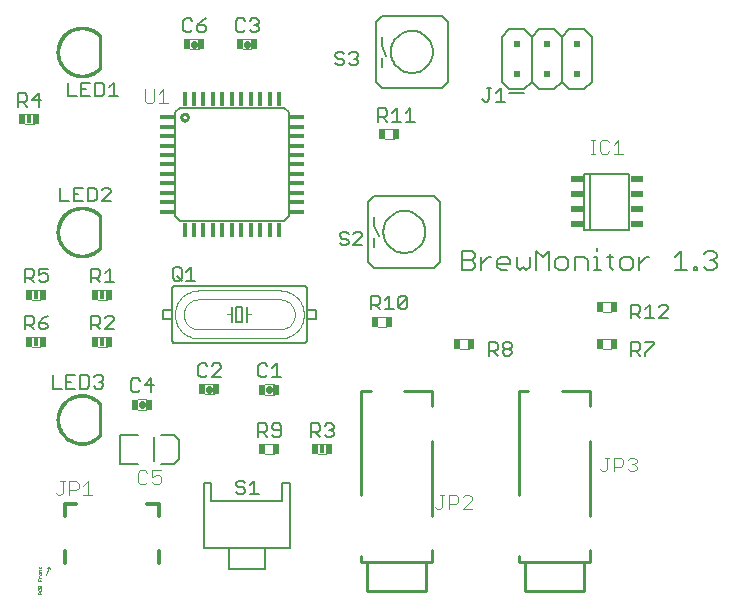
<source format=gto>
G75*
%MOIN*%
%OFA0B0*%
%FSLAX24Y24*%
%IPPOS*%
%LPD*%
%AMOC8*
5,1,8,0,0,1.08239X$1,22.5*
%
%ADD10C,0.0040*%
%ADD11C,0.0060*%
%ADD12C,0.0100*%
%ADD13C,0.0080*%
%ADD14R,0.0453X0.0157*%
%ADD15R,0.0453X0.0157*%
%ADD16R,0.0453X0.0158*%
%ADD17R,0.0157X0.0453*%
%ADD18R,0.0157X0.0453*%
%ADD19R,0.0158X0.0453*%
%ADD20C,0.0020*%
%ADD21C,0.0050*%
%ADD22C,0.0010*%
%ADD23C,0.0031*%
%ADD24C,0.0120*%
%ADD25C,0.0220*%
%ADD26R,0.0197X0.0374*%
%ADD27R,0.0180X0.0300*%
%ADD28R,0.0200X0.0200*%
%ADD29R,0.0433X0.0193*%
D10*
X002804Y003616D02*
X002880Y003616D01*
X002957Y003692D01*
X002957Y004076D01*
X002880Y004076D02*
X003034Y004076D01*
X003187Y004076D02*
X003418Y004076D01*
X003494Y003999D01*
X003494Y003846D01*
X003418Y003769D01*
X003187Y003769D01*
X003187Y003616D02*
X003187Y004076D01*
X003648Y003923D02*
X003801Y004076D01*
X003801Y003616D01*
X003648Y003616D02*
X003955Y003616D01*
X002804Y003616D02*
X002727Y003692D01*
X005476Y004050D02*
X005553Y003974D01*
X005706Y003974D01*
X005783Y004050D01*
X005937Y004050D02*
X006013Y003974D01*
X006167Y003974D01*
X006244Y004050D01*
X006244Y004204D01*
X006167Y004280D01*
X006090Y004280D01*
X005937Y004204D01*
X005937Y004434D01*
X006244Y004434D01*
X005783Y004357D02*
X005706Y004434D01*
X005553Y004434D01*
X005476Y004357D01*
X005476Y004050D01*
X005460Y006465D02*
X005740Y006465D01*
X005740Y006800D02*
X005460Y006800D01*
X004427Y008556D02*
X004147Y008556D01*
X004147Y008891D02*
X004427Y008891D01*
X004427Y010131D02*
X004147Y010131D01*
X004147Y010466D02*
X004427Y010466D01*
X002209Y010466D02*
X001928Y010466D01*
X001928Y010131D02*
X002209Y010131D01*
X002209Y008891D02*
X001928Y008891D01*
X001928Y008556D02*
X002209Y008556D01*
X007710Y007305D02*
X007990Y007305D01*
X007990Y006970D02*
X007710Y006970D01*
X009710Y006965D02*
X009990Y006965D01*
X009990Y007300D02*
X009710Y007300D01*
X009710Y005305D02*
X009990Y005305D01*
X009990Y004970D02*
X009710Y004970D01*
X011460Y004970D02*
X011740Y004970D01*
X011740Y005305D02*
X011460Y005305D01*
X015523Y003615D02*
X015677Y003615D01*
X015600Y003615D02*
X015600Y003231D01*
X015523Y003155D01*
X015447Y003155D01*
X015370Y003231D01*
X015830Y003155D02*
X015830Y003615D01*
X016061Y003615D01*
X016137Y003538D01*
X016137Y003385D01*
X016061Y003308D01*
X015830Y003308D01*
X016291Y003155D02*
X016598Y003462D01*
X016598Y003538D01*
X016521Y003615D01*
X016368Y003615D01*
X016291Y003538D01*
X016291Y003155D02*
X016598Y003155D01*
X020870Y004481D02*
X020947Y004405D01*
X021023Y004405D01*
X021100Y004481D01*
X021100Y004865D01*
X021023Y004865D02*
X021177Y004865D01*
X021330Y004865D02*
X021561Y004865D01*
X021637Y004788D01*
X021637Y004635D01*
X021561Y004558D01*
X021330Y004558D01*
X021330Y004405D02*
X021330Y004865D01*
X021791Y004788D02*
X021868Y004865D01*
X022021Y004865D01*
X022098Y004788D01*
X022098Y004712D01*
X022021Y004635D01*
X022098Y004558D01*
X022098Y004481D01*
X022021Y004405D01*
X021868Y004405D01*
X021791Y004481D01*
X021944Y004635D02*
X022021Y004635D01*
X021240Y008470D02*
X020960Y008470D01*
X020960Y008805D02*
X021240Y008805D01*
X021240Y009715D02*
X020960Y009715D01*
X020960Y010050D02*
X021240Y010050D01*
X016490Y008805D02*
X016210Y008805D01*
X016210Y008470D02*
X016490Y008470D01*
X013740Y009220D02*
X013460Y009220D01*
X013460Y009555D02*
X013740Y009555D01*
X020561Y014991D02*
X020714Y014991D01*
X020638Y014991D02*
X020638Y015452D01*
X020714Y015452D02*
X020561Y015452D01*
X020868Y015375D02*
X020868Y015068D01*
X020945Y014991D01*
X021098Y014991D01*
X021175Y015068D01*
X021328Y014991D02*
X021635Y014991D01*
X021482Y014991D02*
X021482Y015452D01*
X021328Y015298D01*
X021175Y015375D02*
X021098Y015452D01*
X020945Y015452D01*
X020868Y015375D01*
X013990Y015470D02*
X013710Y015470D01*
X013710Y015805D02*
X013990Y015805D01*
X009240Y018470D02*
X008960Y018470D01*
X008960Y018805D02*
X009240Y018805D01*
X007490Y018805D02*
X007210Y018805D01*
X007210Y018470D02*
X007490Y018470D01*
X006309Y017146D02*
X006309Y016686D01*
X006156Y016686D02*
X006463Y016686D01*
X006156Y016993D02*
X006309Y017146D01*
X006002Y017146D02*
X006002Y016762D01*
X005925Y016686D01*
X005772Y016686D01*
X005695Y016762D01*
X005695Y017146D01*
X001990Y016305D02*
X001710Y016305D01*
X001710Y015970D02*
X001990Y015970D01*
D11*
X006700Y010585D02*
X011000Y010585D01*
X011017Y010583D01*
X011034Y010579D01*
X011050Y010572D01*
X011064Y010562D01*
X011077Y010549D01*
X011087Y010535D01*
X011094Y010519D01*
X011098Y010502D01*
X011100Y010485D01*
X011100Y010085D01*
X011100Y009185D01*
X011100Y008785D01*
X011098Y008768D01*
X011094Y008751D01*
X011087Y008735D01*
X011077Y008721D01*
X011064Y008708D01*
X011050Y008698D01*
X011034Y008691D01*
X011017Y008687D01*
X011000Y008685D01*
X006700Y008685D01*
X006683Y008687D01*
X006666Y008691D01*
X006650Y008698D01*
X006636Y008708D01*
X006623Y008721D01*
X006613Y008735D01*
X006606Y008751D01*
X006602Y008768D01*
X006600Y008785D01*
X006600Y009185D01*
X006600Y009485D01*
X006300Y009485D01*
X006300Y009785D01*
X006600Y009785D01*
X006600Y010085D01*
X006600Y010485D01*
X006602Y010502D01*
X006606Y010519D01*
X006613Y010535D01*
X006623Y010549D01*
X006636Y010562D01*
X006650Y010572D01*
X006666Y010579D01*
X006683Y010583D01*
X006700Y010585D01*
X006600Y009785D02*
X006600Y009485D01*
X008600Y009385D02*
X008600Y009635D01*
X008600Y009885D01*
X008750Y009885D02*
X008950Y009885D01*
X008950Y009385D01*
X008750Y009385D01*
X008750Y009885D01*
X009100Y009885D02*
X009100Y009635D01*
X009100Y009385D01*
X011100Y009485D02*
X011400Y009485D01*
X011400Y009785D01*
X011100Y009785D01*
X016272Y011113D02*
X016592Y011113D01*
X016699Y011220D01*
X016699Y011327D01*
X016592Y011434D01*
X016272Y011434D01*
X016272Y011754D02*
X016272Y011113D01*
X016592Y011434D02*
X016699Y011540D01*
X016699Y011647D01*
X016592Y011754D01*
X016272Y011754D01*
X016916Y011540D02*
X016916Y011113D01*
X016916Y011327D02*
X017130Y011540D01*
X017237Y011540D01*
X017453Y011434D02*
X017560Y011540D01*
X017774Y011540D01*
X017880Y011434D01*
X017880Y011327D01*
X017453Y011327D01*
X017453Y011220D02*
X017453Y011434D01*
X017453Y011220D02*
X017560Y011113D01*
X017774Y011113D01*
X018098Y011220D02*
X018205Y011113D01*
X018311Y011220D01*
X018418Y011113D01*
X018525Y011220D01*
X018525Y011540D01*
X018743Y011754D02*
X018956Y011540D01*
X019170Y011754D01*
X019170Y011113D01*
X019387Y011220D02*
X019494Y011113D01*
X019707Y011113D01*
X019814Y011220D01*
X019814Y011434D01*
X019707Y011540D01*
X019494Y011540D01*
X019387Y011434D01*
X019387Y011220D01*
X018743Y011113D02*
X018743Y011754D01*
X018098Y011540D02*
X018098Y011220D01*
X020032Y011113D02*
X020032Y011540D01*
X020352Y011540D01*
X020459Y011434D01*
X020459Y011113D01*
X020676Y011113D02*
X020890Y011113D01*
X020783Y011113D02*
X020783Y011540D01*
X020676Y011540D01*
X020783Y011754D02*
X020783Y011861D01*
X021106Y011540D02*
X021319Y011540D01*
X021213Y011647D02*
X021213Y011220D01*
X021319Y011113D01*
X021536Y011220D02*
X021642Y011113D01*
X021856Y011113D01*
X021963Y011220D01*
X021963Y011434D01*
X021856Y011540D01*
X021642Y011540D01*
X021536Y011434D01*
X021536Y011220D01*
X022180Y011113D02*
X022180Y011540D01*
X022180Y011327D02*
X022394Y011540D01*
X022500Y011540D01*
X023362Y011540D02*
X023575Y011754D01*
X023575Y011113D01*
X023362Y011113D02*
X023789Y011113D01*
X024006Y011113D02*
X024113Y011113D01*
X024113Y011220D01*
X024006Y011220D01*
X024006Y011113D01*
X024329Y011220D02*
X024435Y011113D01*
X024649Y011113D01*
X024756Y011220D01*
X024756Y011327D01*
X024649Y011434D01*
X024542Y011434D01*
X024649Y011434D02*
X024756Y011540D01*
X024756Y011647D01*
X024649Y011754D01*
X024435Y011754D01*
X024329Y011647D01*
D12*
X020531Y007093D02*
X019600Y007093D01*
X020531Y007093D02*
X020531Y006581D01*
X020531Y005400D02*
X020531Y002920D01*
X020531Y001778D02*
X020531Y001385D01*
X020334Y001385D01*
X020334Y000400D01*
X018366Y000400D01*
X018366Y001325D01*
X018169Y001385D02*
X018169Y001581D01*
X018169Y001385D02*
X020334Y001385D01*
X018169Y003629D02*
X018169Y007093D01*
X018480Y007093D01*
X015281Y007093D02*
X015281Y006581D01*
X015281Y007093D02*
X014350Y007093D01*
X013230Y007093D02*
X012919Y007093D01*
X012919Y003629D01*
X015281Y002920D02*
X015281Y005400D01*
X015281Y001778D02*
X015281Y001385D01*
X015084Y001385D01*
X015084Y000400D01*
X013116Y000400D01*
X013116Y001325D01*
X012919Y001385D02*
X012919Y001581D01*
X012919Y001385D02*
X015084Y001385D01*
X004220Y005625D02*
X004220Y005805D01*
X004220Y005635D02*
X004220Y006635D01*
X004220Y006645D02*
X004220Y006445D01*
X004220Y011875D02*
X004220Y012055D01*
X004220Y011885D02*
X004220Y012885D01*
X004220Y012895D02*
X004220Y012695D01*
X006914Y016209D02*
X006916Y016229D01*
X006921Y016249D01*
X006931Y016267D01*
X006943Y016284D01*
X006958Y016298D01*
X006976Y016308D01*
X006995Y016316D01*
X007015Y016320D01*
X007035Y016320D01*
X007055Y016316D01*
X007074Y016308D01*
X007092Y016298D01*
X007107Y016284D01*
X007119Y016267D01*
X007129Y016249D01*
X007134Y016229D01*
X007136Y016209D01*
X007134Y016189D01*
X007129Y016169D01*
X007119Y016151D01*
X007107Y016134D01*
X007092Y016120D01*
X007074Y016110D01*
X007055Y016102D01*
X007035Y016098D01*
X007015Y016098D01*
X006995Y016102D01*
X006976Y016110D01*
X006958Y016120D01*
X006943Y016134D01*
X006931Y016151D01*
X006921Y016169D01*
X006916Y016189D01*
X006914Y016209D01*
X004220Y017875D02*
X004220Y018055D01*
X004220Y017885D02*
X004220Y018885D01*
X004220Y018895D02*
X004220Y018695D01*
D13*
X006710Y016367D02*
X006868Y016524D01*
X010332Y016524D01*
X010490Y016367D01*
X010490Y012902D01*
X010332Y012745D01*
X006868Y012745D01*
X006710Y012902D01*
X006710Y016367D01*
X013150Y013385D02*
X013150Y012785D01*
X013150Y012789D02*
X013150Y011985D01*
X013150Y011385D01*
X013350Y011185D01*
X013500Y011185D01*
X015200Y011185D01*
X015350Y011185D01*
X015550Y011385D01*
X015550Y011985D01*
X015550Y012778D01*
X015550Y012785D02*
X015550Y013385D01*
X015350Y013585D01*
X015200Y013585D01*
X013500Y013585D01*
X013350Y013585D01*
X013150Y013385D01*
X013350Y012885D02*
X013350Y012585D01*
X013500Y012235D01*
X013350Y012185D02*
X013350Y011885D01*
X013650Y012385D02*
X013652Y012437D01*
X013658Y012489D01*
X013668Y012541D01*
X013681Y012591D01*
X013698Y012641D01*
X013719Y012689D01*
X013744Y012735D01*
X013772Y012779D01*
X013803Y012821D01*
X013837Y012861D01*
X013874Y012898D01*
X013914Y012932D01*
X013956Y012963D01*
X014000Y012991D01*
X014046Y013016D01*
X014094Y013037D01*
X014144Y013054D01*
X014194Y013067D01*
X014246Y013077D01*
X014298Y013083D01*
X014350Y013085D01*
X014402Y013083D01*
X014454Y013077D01*
X014506Y013067D01*
X014556Y013054D01*
X014606Y013037D01*
X014654Y013016D01*
X014700Y012991D01*
X014744Y012963D01*
X014786Y012932D01*
X014826Y012898D01*
X014863Y012861D01*
X014897Y012821D01*
X014928Y012779D01*
X014956Y012735D01*
X014981Y012689D01*
X015002Y012641D01*
X015019Y012591D01*
X015032Y012541D01*
X015042Y012489D01*
X015048Y012437D01*
X015050Y012385D01*
X015048Y012333D01*
X015042Y012281D01*
X015032Y012229D01*
X015019Y012179D01*
X015002Y012129D01*
X014981Y012081D01*
X014956Y012035D01*
X014928Y011991D01*
X014897Y011949D01*
X014863Y011909D01*
X014826Y011872D01*
X014786Y011838D01*
X014744Y011807D01*
X014700Y011779D01*
X014654Y011754D01*
X014606Y011733D01*
X014556Y011716D01*
X014506Y011703D01*
X014454Y011693D01*
X014402Y011687D01*
X014350Y011685D01*
X014298Y011687D01*
X014246Y011693D01*
X014194Y011703D01*
X014144Y011716D01*
X014094Y011733D01*
X014046Y011754D01*
X014000Y011779D01*
X013956Y011807D01*
X013914Y011838D01*
X013874Y011872D01*
X013837Y011909D01*
X013803Y011949D01*
X013772Y011991D01*
X013744Y012035D01*
X013719Y012081D01*
X013698Y012129D01*
X013681Y012179D01*
X013668Y012229D01*
X013658Y012281D01*
X013652Y012333D01*
X013650Y012385D01*
X017850Y017003D02*
X018350Y017003D01*
X018350Y017135D02*
X017850Y017135D01*
X017600Y017385D01*
X017600Y018885D01*
X017850Y019135D01*
X018350Y019135D01*
X018600Y018885D01*
X018600Y017385D01*
X018850Y017135D01*
X019350Y017135D01*
X019600Y017385D01*
X019600Y018885D01*
X019850Y019135D01*
X020350Y019135D01*
X020600Y018885D01*
X020600Y017385D01*
X020350Y017135D01*
X019850Y017135D01*
X019600Y017385D01*
X018600Y017385D02*
X018350Y017135D01*
X018600Y018885D02*
X018850Y019135D01*
X019350Y019135D01*
X019600Y018885D01*
X015800Y018785D02*
X015800Y019385D01*
X015600Y019585D01*
X015450Y019585D01*
X013750Y019585D01*
X013600Y019585D01*
X013400Y019385D01*
X013400Y018785D01*
X013400Y018789D02*
X013400Y017985D01*
X013400Y017385D01*
X013600Y017185D01*
X013750Y017185D01*
X015450Y017185D01*
X015600Y017185D01*
X015800Y017385D01*
X015800Y017985D01*
X015800Y018778D01*
X013900Y018385D02*
X013902Y018437D01*
X013908Y018489D01*
X013918Y018541D01*
X013931Y018591D01*
X013948Y018641D01*
X013969Y018689D01*
X013994Y018735D01*
X014022Y018779D01*
X014053Y018821D01*
X014087Y018861D01*
X014124Y018898D01*
X014164Y018932D01*
X014206Y018963D01*
X014250Y018991D01*
X014296Y019016D01*
X014344Y019037D01*
X014394Y019054D01*
X014444Y019067D01*
X014496Y019077D01*
X014548Y019083D01*
X014600Y019085D01*
X014652Y019083D01*
X014704Y019077D01*
X014756Y019067D01*
X014806Y019054D01*
X014856Y019037D01*
X014904Y019016D01*
X014950Y018991D01*
X014994Y018963D01*
X015036Y018932D01*
X015076Y018898D01*
X015113Y018861D01*
X015147Y018821D01*
X015178Y018779D01*
X015206Y018735D01*
X015231Y018689D01*
X015252Y018641D01*
X015269Y018591D01*
X015282Y018541D01*
X015292Y018489D01*
X015298Y018437D01*
X015300Y018385D01*
X015298Y018333D01*
X015292Y018281D01*
X015282Y018229D01*
X015269Y018179D01*
X015252Y018129D01*
X015231Y018081D01*
X015206Y018035D01*
X015178Y017991D01*
X015147Y017949D01*
X015113Y017909D01*
X015076Y017872D01*
X015036Y017838D01*
X014994Y017807D01*
X014950Y017779D01*
X014904Y017754D01*
X014856Y017733D01*
X014806Y017716D01*
X014756Y017703D01*
X014704Y017693D01*
X014652Y017687D01*
X014600Y017685D01*
X014548Y017687D01*
X014496Y017693D01*
X014444Y017703D01*
X014394Y017716D01*
X014344Y017733D01*
X014296Y017754D01*
X014250Y017779D01*
X014206Y017807D01*
X014164Y017838D01*
X014124Y017872D01*
X014087Y017909D01*
X014053Y017949D01*
X014022Y017991D01*
X013994Y018035D01*
X013969Y018081D01*
X013948Y018129D01*
X013931Y018179D01*
X013918Y018229D01*
X013908Y018281D01*
X013902Y018333D01*
X013900Y018385D01*
X013750Y018235D02*
X013600Y018585D01*
X013600Y018885D01*
X013600Y018185D02*
X013600Y017885D01*
X020352Y014330D02*
X020352Y012440D01*
X020549Y012440D01*
X020549Y014330D01*
X021848Y014330D01*
X021848Y012440D01*
X020549Y012440D01*
X020549Y014330D02*
X020352Y014330D01*
X010537Y004013D02*
X010281Y004013D01*
X010281Y003422D01*
X007919Y003422D01*
X007919Y004013D01*
X007663Y004013D01*
X007663Y001847D01*
X010537Y001847D01*
X010537Y003028D01*
X009887Y003422D02*
X008313Y003422D01*
X007663Y003028D02*
X007663Y001847D01*
X008509Y001847D01*
X008509Y001139D01*
X009691Y001139D01*
X009691Y001847D01*
X010537Y001847D01*
X010537Y004013D01*
X009691Y001847D02*
X008509Y001847D01*
X006677Y004662D02*
X006244Y004662D01*
X006677Y004662D02*
X006834Y004820D01*
X006834Y005450D01*
X006677Y005607D01*
X006244Y005607D01*
X005456Y005607D02*
X004866Y005607D01*
X004866Y004662D01*
X005456Y004662D01*
D14*
X006425Y013060D03*
X006425Y014635D03*
X006425Y016209D03*
X010775Y016209D03*
X010775Y014635D03*
X010775Y013060D03*
D15*
X010775Y013375D03*
X010775Y013690D03*
X010775Y015579D03*
X010775Y015894D03*
X006425Y015894D03*
X006425Y015579D03*
X006425Y013690D03*
X006425Y013375D03*
D16*
X006425Y014005D03*
X006425Y014320D03*
X006425Y014950D03*
X006425Y015265D03*
X010775Y015265D03*
X010775Y014950D03*
X010775Y014320D03*
X010775Y014005D03*
D17*
X010175Y012459D03*
X008600Y012459D03*
X007025Y012459D03*
X007025Y016810D03*
X008600Y016810D03*
X010175Y016810D03*
D18*
X009860Y016810D03*
X009545Y016810D03*
X007655Y016810D03*
X007340Y016810D03*
X007340Y012459D03*
X007655Y012459D03*
X009545Y012459D03*
X009860Y012459D03*
D19*
X009230Y012459D03*
X008915Y012459D03*
X008285Y012459D03*
X007970Y012459D03*
X007970Y016810D03*
X008285Y016810D03*
X008915Y016810D03*
X009230Y016810D03*
D20*
X010200Y010435D02*
X007500Y010435D01*
X007500Y010135D02*
X010200Y010135D01*
X010861Y010085D02*
X010891Y010037D01*
X010918Y009988D01*
X010941Y009937D01*
X010960Y009884D01*
X010976Y009830D01*
X010988Y009775D01*
X010996Y009719D01*
X011000Y009663D01*
X011000Y009607D01*
X010996Y009551D01*
X010988Y009495D01*
X010976Y009440D01*
X010960Y009386D01*
X010941Y009333D01*
X010918Y009282D01*
X010891Y009233D01*
X010861Y009185D01*
X010200Y009135D02*
X007500Y009135D01*
X007500Y008835D02*
X010200Y008835D01*
X010200Y009135D02*
X010238Y009136D01*
X010275Y009141D01*
X010312Y009148D01*
X010348Y009157D01*
X010384Y009170D01*
X010418Y009185D01*
X010861Y010085D02*
X010829Y010130D01*
X010793Y010172D01*
X010754Y010212D01*
X010712Y010249D01*
X010669Y010283D01*
X010622Y010314D01*
X010574Y010342D01*
X010524Y010366D01*
X010473Y010387D01*
X010420Y010404D01*
X010366Y010418D01*
X010311Y010427D01*
X010256Y010433D01*
X010200Y010435D01*
X010418Y010085D02*
X010456Y010065D01*
X010492Y010041D01*
X010526Y010014D01*
X010557Y009985D01*
X010586Y009953D01*
X010612Y009919D01*
X010635Y009882D01*
X010654Y009844D01*
X010671Y009804D01*
X010683Y009763D01*
X010693Y009721D01*
X010698Y009678D01*
X010700Y009635D01*
X010698Y009592D01*
X010693Y009549D01*
X010683Y009507D01*
X010671Y009466D01*
X010654Y009426D01*
X010635Y009388D01*
X010612Y009351D01*
X010586Y009317D01*
X010557Y009285D01*
X010526Y009256D01*
X010492Y009229D01*
X010456Y009205D01*
X010418Y009185D01*
X010418Y010085D02*
X010384Y010100D01*
X010348Y010113D01*
X010312Y010122D01*
X010275Y010129D01*
X010238Y010134D01*
X010200Y010135D01*
X010861Y009185D02*
X010829Y009140D01*
X010793Y009098D01*
X010754Y009058D01*
X010713Y009021D01*
X010669Y008987D01*
X010622Y008956D01*
X010574Y008928D01*
X010524Y008904D01*
X010473Y008883D01*
X010420Y008866D01*
X010366Y008852D01*
X010311Y008843D01*
X010256Y008837D01*
X010200Y008835D01*
X009250Y009635D02*
X009100Y009635D01*
X008600Y009635D02*
X008450Y009635D01*
X007500Y010435D02*
X007444Y010433D01*
X007389Y010427D01*
X007334Y010418D01*
X007280Y010404D01*
X007227Y010387D01*
X007176Y010366D01*
X007126Y010342D01*
X007078Y010314D01*
X007031Y010283D01*
X006987Y010249D01*
X006946Y010212D01*
X006907Y010172D01*
X006871Y010130D01*
X006839Y010085D01*
X006839Y009185D02*
X006871Y009140D01*
X006907Y009098D01*
X006946Y009058D01*
X006988Y009021D01*
X007031Y008987D01*
X007078Y008956D01*
X007126Y008928D01*
X007176Y008904D01*
X007227Y008883D01*
X007280Y008866D01*
X007334Y008852D01*
X007389Y008843D01*
X007444Y008837D01*
X007500Y008835D01*
X007500Y009135D02*
X007462Y009136D01*
X007425Y009141D01*
X007388Y009148D01*
X007352Y009157D01*
X007316Y009170D01*
X007282Y009185D01*
X007282Y010085D02*
X007316Y010100D01*
X007352Y010113D01*
X007388Y010122D01*
X007425Y010129D01*
X007462Y010134D01*
X007500Y010135D01*
X006839Y010085D02*
X006809Y010037D01*
X006782Y009988D01*
X006759Y009937D01*
X006740Y009884D01*
X006724Y009830D01*
X006712Y009775D01*
X006704Y009719D01*
X006700Y009663D01*
X006700Y009607D01*
X006704Y009551D01*
X006712Y009495D01*
X006724Y009440D01*
X006740Y009386D01*
X006759Y009333D01*
X006782Y009282D01*
X006809Y009233D01*
X006839Y009185D01*
X007282Y009185D02*
X007244Y009205D01*
X007208Y009229D01*
X007174Y009256D01*
X007143Y009285D01*
X007114Y009317D01*
X007088Y009351D01*
X007065Y009388D01*
X007046Y009426D01*
X007029Y009466D01*
X007017Y009507D01*
X007007Y009549D01*
X007002Y009592D01*
X007000Y009635D01*
X007002Y009678D01*
X007007Y009721D01*
X007017Y009763D01*
X007029Y009804D01*
X007046Y009844D01*
X007065Y009882D01*
X007088Y009919D01*
X007114Y009953D01*
X007143Y009985D01*
X007174Y010014D01*
X007208Y010041D01*
X007244Y010065D01*
X007282Y010085D01*
D21*
X007236Y010760D02*
X007236Y011210D01*
X007085Y011060D01*
X006925Y011135D02*
X006925Y010835D01*
X006850Y010760D01*
X006700Y010760D01*
X006625Y010835D01*
X006625Y011135D01*
X006700Y011210D01*
X006850Y011210D01*
X006925Y011135D01*
X006775Y010910D02*
X006925Y010760D01*
X007085Y010760D02*
X007386Y010760D01*
X004679Y010715D02*
X004379Y010715D01*
X004529Y010715D02*
X004529Y011165D01*
X004379Y011015D01*
X004219Y010940D02*
X004143Y010865D01*
X003918Y010865D01*
X003918Y010715D02*
X003918Y011165D01*
X004143Y011165D01*
X004219Y011090D01*
X004219Y010940D01*
X004068Y010865D02*
X004219Y010715D01*
X004143Y009590D02*
X003918Y009590D01*
X003918Y009140D01*
X003918Y009290D02*
X004143Y009290D01*
X004219Y009365D01*
X004219Y009515D01*
X004143Y009590D01*
X004379Y009515D02*
X004454Y009590D01*
X004604Y009590D01*
X004679Y009515D01*
X004679Y009440D01*
X004379Y009140D01*
X004679Y009140D01*
X004219Y009140D02*
X004068Y009290D01*
X002460Y009290D02*
X002385Y009365D01*
X002160Y009365D01*
X002160Y009215D01*
X002235Y009140D01*
X002385Y009140D01*
X002460Y009215D01*
X002460Y009290D01*
X002310Y009515D02*
X002160Y009365D01*
X002000Y009365D02*
X001925Y009290D01*
X001700Y009290D01*
X001850Y009290D02*
X002000Y009140D01*
X002000Y009365D02*
X002000Y009515D01*
X001925Y009590D01*
X001700Y009590D01*
X001700Y009140D01*
X002310Y009515D02*
X002460Y009590D01*
X002385Y010715D02*
X002235Y010715D01*
X002160Y010790D01*
X002160Y010940D02*
X002310Y011015D01*
X002385Y011015D01*
X002460Y010940D01*
X002460Y010790D01*
X002385Y010715D01*
X002000Y010715D02*
X001850Y010865D01*
X001925Y010865D02*
X001700Y010865D01*
X001700Y010715D02*
X001700Y011165D01*
X001925Y011165D01*
X002000Y011090D01*
X002000Y010940D01*
X001925Y010865D01*
X002160Y010940D02*
X002160Y011165D01*
X002460Y011165D01*
X002875Y013410D02*
X003175Y013410D01*
X003335Y013410D02*
X003636Y013410D01*
X003796Y013410D02*
X004021Y013410D01*
X004096Y013485D01*
X004096Y013785D01*
X004021Y013860D01*
X003796Y013860D01*
X003796Y013410D01*
X003486Y013635D02*
X003335Y013635D01*
X003335Y013860D02*
X003335Y013410D01*
X002875Y013410D02*
X002875Y013860D01*
X003335Y013860D02*
X003636Y013860D01*
X004256Y013785D02*
X004331Y013860D01*
X004481Y013860D01*
X004556Y013785D01*
X004556Y013710D01*
X004256Y013410D01*
X004556Y013410D01*
X002167Y016553D02*
X002167Y017004D01*
X001942Y016779D01*
X002242Y016779D01*
X001782Y016779D02*
X001706Y016703D01*
X001481Y016703D01*
X001481Y016553D02*
X001481Y017004D01*
X001706Y017004D01*
X001782Y016929D01*
X001782Y016779D01*
X001631Y016703D02*
X001782Y016553D01*
X003125Y016910D02*
X003425Y016910D01*
X003585Y016910D02*
X003886Y016910D01*
X004046Y016910D02*
X004271Y016910D01*
X004346Y016985D01*
X004346Y017285D01*
X004271Y017360D01*
X004046Y017360D01*
X004046Y016910D01*
X003736Y017135D02*
X003585Y017135D01*
X003585Y017360D02*
X003585Y016910D01*
X003125Y016910D02*
X003125Y017360D01*
X003585Y017360D02*
X003886Y017360D01*
X004506Y017210D02*
X004656Y017360D01*
X004656Y016910D01*
X004506Y016910D02*
X004806Y016910D01*
X006981Y019128D02*
X007056Y019053D01*
X007206Y019053D01*
X007282Y019128D01*
X007442Y019128D02*
X007442Y019279D01*
X007667Y019279D01*
X007742Y019203D01*
X007742Y019128D01*
X007667Y019053D01*
X007517Y019053D01*
X007442Y019128D01*
X007442Y019279D02*
X007592Y019429D01*
X007742Y019504D01*
X007282Y019429D02*
X007206Y019504D01*
X007056Y019504D01*
X006981Y019429D01*
X006981Y019128D01*
X008731Y019128D02*
X008806Y019053D01*
X008956Y019053D01*
X009032Y019128D01*
X009192Y019128D02*
X009267Y019053D01*
X009417Y019053D01*
X009492Y019128D01*
X009492Y019203D01*
X009417Y019279D01*
X009342Y019279D01*
X009417Y019279D02*
X009492Y019354D01*
X009492Y019429D01*
X009417Y019504D01*
X009267Y019504D01*
X009192Y019429D01*
X009032Y019429D02*
X008956Y019504D01*
X008806Y019504D01*
X008731Y019429D01*
X008731Y019128D01*
X012050Y018316D02*
X012050Y018241D01*
X012125Y018166D01*
X012275Y018166D01*
X012350Y018091D01*
X012350Y018016D01*
X012275Y017941D01*
X012125Y017941D01*
X012050Y018016D01*
X012050Y018316D02*
X012125Y018392D01*
X012275Y018392D01*
X012350Y018316D01*
X012511Y018316D02*
X012586Y018392D01*
X012736Y018392D01*
X012811Y018316D01*
X012811Y018241D01*
X012736Y018166D01*
X012811Y018091D01*
X012811Y018016D01*
X012736Y017941D01*
X012586Y017941D01*
X012511Y018016D01*
X012661Y018166D02*
X012736Y018166D01*
X013481Y016504D02*
X013706Y016504D01*
X013782Y016429D01*
X013782Y016279D01*
X013706Y016203D01*
X013481Y016203D01*
X013481Y016053D02*
X013481Y016504D01*
X013631Y016203D02*
X013782Y016053D01*
X013942Y016053D02*
X014242Y016053D01*
X014092Y016053D02*
X014092Y016504D01*
X013942Y016354D01*
X014402Y016354D02*
X014552Y016504D01*
X014552Y016053D01*
X014402Y016053D02*
X014702Y016053D01*
X016950Y016804D02*
X017025Y016729D01*
X017100Y016729D01*
X017175Y016804D01*
X017175Y017179D01*
X017100Y017179D02*
X017250Y017179D01*
X017410Y017029D02*
X017560Y017179D01*
X017560Y016729D01*
X017410Y016729D02*
X017710Y016729D01*
X012955Y012316D02*
X012879Y012392D01*
X012729Y012392D01*
X012654Y012316D01*
X012494Y012316D02*
X012419Y012392D01*
X012269Y012392D01*
X012194Y012316D01*
X012194Y012241D01*
X012269Y012166D01*
X012419Y012166D01*
X012494Y012091D01*
X012494Y012016D01*
X012419Y011941D01*
X012269Y011941D01*
X012194Y012016D01*
X012654Y011941D02*
X012955Y012241D01*
X012955Y012316D01*
X012955Y011941D02*
X012654Y011941D01*
X013231Y010254D02*
X013456Y010254D01*
X013532Y010179D01*
X013532Y010029D01*
X013456Y009953D01*
X013231Y009953D01*
X013231Y009803D02*
X013231Y010254D01*
X013381Y009953D02*
X013532Y009803D01*
X013692Y009803D02*
X013992Y009803D01*
X013842Y009803D02*
X013842Y010254D01*
X013692Y010104D01*
X014152Y010179D02*
X014152Y009878D01*
X014452Y010179D01*
X014452Y009878D01*
X014377Y009803D01*
X014227Y009803D01*
X014152Y009878D01*
X014152Y010179D02*
X014227Y010254D01*
X014377Y010254D01*
X014452Y010179D01*
X017162Y008716D02*
X017162Y008266D01*
X017162Y008416D02*
X017388Y008416D01*
X017463Y008491D01*
X017463Y008641D01*
X017388Y008716D01*
X017162Y008716D01*
X017313Y008416D02*
X017463Y008266D01*
X017623Y008341D02*
X017623Y008416D01*
X017698Y008491D01*
X017848Y008491D01*
X017923Y008416D01*
X017923Y008341D01*
X017848Y008266D01*
X017698Y008266D01*
X017623Y008341D01*
X017698Y008491D02*
X017623Y008566D01*
X017623Y008641D01*
X017698Y008716D01*
X017848Y008716D01*
X017923Y008641D01*
X017923Y008566D01*
X017848Y008491D01*
X021912Y008416D02*
X022138Y008416D01*
X022213Y008491D01*
X022213Y008641D01*
X022138Y008716D01*
X021912Y008716D01*
X021912Y008266D01*
X022063Y008416D02*
X022213Y008266D01*
X022373Y008266D02*
X022373Y008341D01*
X022673Y008641D01*
X022673Y008716D01*
X022373Y008716D01*
X022373Y009516D02*
X022673Y009516D01*
X022523Y009516D02*
X022523Y009966D01*
X022373Y009816D01*
X022213Y009741D02*
X022138Y009666D01*
X021912Y009666D01*
X021912Y009516D02*
X021912Y009966D01*
X022138Y009966D01*
X022213Y009891D01*
X022213Y009741D01*
X022063Y009666D02*
X022213Y009516D01*
X022833Y009516D02*
X023133Y009816D01*
X023133Y009891D01*
X023058Y009966D01*
X022908Y009966D01*
X022833Y009891D01*
X022833Y009516D02*
X023133Y009516D01*
X011992Y005929D02*
X011992Y005854D01*
X011917Y005779D01*
X011992Y005703D01*
X011992Y005628D01*
X011917Y005553D01*
X011767Y005553D01*
X011692Y005628D01*
X011532Y005553D02*
X011381Y005703D01*
X011456Y005703D02*
X011231Y005703D01*
X011231Y005553D02*
X011231Y006004D01*
X011456Y006004D01*
X011532Y005929D01*
X011532Y005779D01*
X011456Y005703D01*
X011692Y005929D02*
X011767Y006004D01*
X011917Y006004D01*
X011992Y005929D01*
X011917Y005779D02*
X011842Y005779D01*
X010242Y005779D02*
X010017Y005779D01*
X009942Y005854D01*
X009942Y005929D01*
X010017Y006004D01*
X010167Y006004D01*
X010242Y005929D01*
X010242Y005628D01*
X010167Y005553D01*
X010017Y005553D01*
X009942Y005628D01*
X009782Y005553D02*
X009631Y005703D01*
X009706Y005703D02*
X009481Y005703D01*
X009481Y005553D02*
X009481Y006004D01*
X009706Y006004D01*
X009782Y005929D01*
X009782Y005779D01*
X009706Y005703D01*
X009342Y004094D02*
X009342Y003644D01*
X009192Y003644D02*
X009492Y003644D01*
X009192Y003944D02*
X009342Y004094D01*
X009032Y004019D02*
X008956Y004094D01*
X008806Y004094D01*
X008731Y004019D01*
X008731Y003944D01*
X008806Y003869D01*
X008956Y003869D01*
X009032Y003794D01*
X009032Y003719D01*
X008956Y003644D01*
X008806Y003644D01*
X008731Y003719D01*
X006000Y004735D02*
X006000Y005535D01*
X005917Y007053D02*
X005917Y007504D01*
X005692Y007279D01*
X005992Y007279D01*
X005532Y007429D02*
X005456Y007504D01*
X005306Y007504D01*
X005231Y007429D01*
X005231Y007128D01*
X005306Y007053D01*
X005456Y007053D01*
X005532Y007128D01*
X004306Y007235D02*
X004231Y007160D01*
X004081Y007160D01*
X004006Y007235D01*
X003846Y007235D02*
X003846Y007535D01*
X003771Y007610D01*
X003546Y007610D01*
X003546Y007160D01*
X003771Y007160D01*
X003846Y007235D01*
X004006Y007535D02*
X004081Y007610D01*
X004231Y007610D01*
X004306Y007535D01*
X004306Y007460D01*
X004231Y007385D01*
X004306Y007310D01*
X004306Y007235D01*
X004231Y007385D02*
X004156Y007385D01*
X003386Y007610D02*
X003085Y007610D01*
X003085Y007160D01*
X003386Y007160D01*
X003236Y007385D02*
X003085Y007385D01*
X002925Y007160D02*
X002625Y007160D01*
X002625Y007610D01*
X007481Y007628D02*
X007556Y007553D01*
X007706Y007553D01*
X007782Y007628D01*
X007942Y007553D02*
X008242Y007854D01*
X008242Y007929D01*
X008167Y008004D01*
X008017Y008004D01*
X007942Y007929D01*
X007782Y007929D02*
X007706Y008004D01*
X007556Y008004D01*
X007481Y007929D01*
X007481Y007628D01*
X007942Y007553D02*
X008242Y007553D01*
X009481Y007628D02*
X009556Y007553D01*
X009706Y007553D01*
X009782Y007628D01*
X009942Y007553D02*
X010242Y007553D01*
X010092Y007553D02*
X010092Y008004D01*
X009942Y007854D01*
X009782Y007929D02*
X009706Y008004D01*
X009556Y008004D01*
X009481Y007929D01*
X009481Y007628D01*
D22*
X002138Y000360D02*
X002138Y000305D01*
X002249Y000305D01*
X002212Y000305D02*
X002212Y000360D01*
X002193Y000378D01*
X002157Y000378D01*
X002138Y000360D01*
X002157Y000415D02*
X002138Y000434D01*
X002138Y000471D01*
X002157Y000489D01*
X002138Y000526D02*
X002249Y000526D01*
X002249Y000581D01*
X002230Y000599D01*
X002212Y000599D01*
X002193Y000581D01*
X002193Y000526D01*
X002230Y000489D02*
X002249Y000471D01*
X002249Y000434D01*
X002230Y000415D01*
X002157Y000415D01*
X002138Y000526D02*
X002138Y000581D01*
X002157Y000599D01*
X002175Y000599D01*
X002193Y000581D01*
X002193Y000747D02*
X002193Y000784D01*
X002138Y000820D02*
X002138Y000747D01*
X002249Y000747D01*
X002249Y000857D02*
X002175Y000857D01*
X002212Y000857D02*
X002175Y000894D01*
X002175Y000913D01*
X002193Y000950D02*
X002230Y000950D01*
X002249Y000968D01*
X002249Y001005D01*
X002230Y001023D01*
X002193Y001023D01*
X002175Y001005D01*
X002175Y000968D01*
X002193Y000950D01*
X002175Y001060D02*
X002175Y001115D01*
X002193Y001133D01*
X002249Y001133D01*
X002230Y001189D02*
X002249Y001207D01*
X002230Y001189D02*
X002157Y001189D01*
X002175Y001171D02*
X002175Y001207D01*
X002175Y001060D02*
X002249Y001060D01*
X002756Y006131D02*
X002846Y006131D01*
X002845Y006130D02*
X002847Y006079D01*
X002853Y006029D01*
X002861Y005979D01*
X002874Y005929D01*
X002889Y005881D01*
X002908Y005834D01*
X002930Y005788D01*
X002954Y005744D01*
X002878Y005697D01*
X002878Y005696D01*
X002850Y005746D01*
X002825Y005798D01*
X002804Y005851D01*
X002787Y005905D01*
X002773Y005960D01*
X002763Y006016D01*
X002757Y006073D01*
X002755Y006130D01*
X002764Y006130D01*
X002766Y006074D01*
X002772Y006018D01*
X002782Y005962D01*
X002796Y005907D01*
X002813Y005854D01*
X002834Y005801D01*
X002858Y005750D01*
X002885Y005701D01*
X002893Y005706D01*
X002866Y005754D01*
X002842Y005805D01*
X002821Y005857D01*
X002804Y005910D01*
X002791Y005964D01*
X002781Y006019D01*
X002775Y006074D01*
X002773Y006130D01*
X002782Y006130D01*
X002784Y006075D01*
X002790Y006020D01*
X002800Y005966D01*
X002813Y005912D01*
X002830Y005860D01*
X002850Y005808D01*
X002874Y005759D01*
X002901Y005711D01*
X002908Y005715D01*
X002882Y005763D01*
X002858Y005812D01*
X002838Y005863D01*
X002822Y005915D01*
X002809Y005968D01*
X002799Y006021D01*
X002793Y006076D01*
X002791Y006130D01*
X002800Y006130D01*
X002802Y006076D01*
X002808Y006023D01*
X002817Y005969D01*
X002830Y005917D01*
X002847Y005866D01*
X002866Y005816D01*
X002890Y005767D01*
X002916Y005720D01*
X002924Y005725D01*
X002898Y005771D01*
X002875Y005819D01*
X002855Y005869D01*
X002839Y005920D01*
X002826Y005971D01*
X002817Y006024D01*
X002811Y006077D01*
X002809Y006130D01*
X002818Y006130D01*
X002820Y006077D01*
X002826Y006025D01*
X002835Y005973D01*
X002848Y005922D01*
X002864Y005872D01*
X002883Y005823D01*
X002906Y005775D01*
X002931Y005729D01*
X002939Y005734D01*
X002914Y005780D01*
X002891Y005827D01*
X002872Y005875D01*
X002856Y005925D01*
X002844Y005975D01*
X002835Y006026D01*
X002829Y006078D01*
X002827Y006130D01*
X002836Y006130D01*
X002838Y006079D01*
X002844Y006028D01*
X002853Y005977D01*
X002865Y005927D01*
X002881Y005878D01*
X002899Y005830D01*
X002922Y005784D01*
X002947Y005739D01*
X002869Y005712D02*
X002947Y005757D01*
X002947Y005756D02*
X002975Y005712D01*
X003006Y005670D01*
X003039Y005630D01*
X003075Y005592D01*
X003114Y005557D01*
X003155Y005525D01*
X003199Y005495D01*
X003244Y005469D01*
X003291Y005446D01*
X003339Y005426D01*
X003389Y005410D01*
X003439Y005397D01*
X003491Y005388D01*
X003543Y005382D01*
X003595Y005380D01*
X003596Y005291D01*
X003595Y005290D01*
X003540Y005292D01*
X003486Y005298D01*
X003431Y005307D01*
X003378Y005320D01*
X003326Y005336D01*
X003274Y005355D01*
X003224Y005378D01*
X003176Y005404D01*
X003129Y005433D01*
X003085Y005465D01*
X003042Y005500D01*
X003002Y005538D01*
X002965Y005578D01*
X002930Y005620D01*
X002898Y005665D01*
X002869Y005711D01*
X002877Y005716D01*
X002905Y005670D01*
X002937Y005626D01*
X002972Y005584D01*
X003009Y005544D01*
X003048Y005507D01*
X003090Y005472D01*
X003134Y005441D01*
X003180Y005412D01*
X003228Y005386D01*
X003278Y005364D01*
X003328Y005344D01*
X003380Y005328D01*
X003433Y005316D01*
X003487Y005307D01*
X003541Y005301D01*
X003595Y005299D01*
X003595Y005308D01*
X003541Y005310D01*
X003488Y005316D01*
X003435Y005325D01*
X003383Y005337D01*
X003331Y005353D01*
X003281Y005372D01*
X003232Y005394D01*
X003185Y005420D01*
X003139Y005448D01*
X003096Y005480D01*
X003054Y005514D01*
X003015Y005550D01*
X002978Y005590D01*
X002944Y005631D01*
X002913Y005675D01*
X002884Y005720D01*
X002892Y005725D01*
X002922Y005677D01*
X002956Y005631D01*
X002992Y005588D01*
X003032Y005547D01*
X003074Y005509D01*
X003118Y005474D01*
X003165Y005442D01*
X003214Y005414D01*
X003265Y005389D01*
X003318Y005367D01*
X003371Y005350D01*
X003426Y005336D01*
X003482Y005326D01*
X003538Y005319D01*
X003595Y005317D01*
X003595Y005326D01*
X003539Y005328D01*
X003483Y005334D01*
X003428Y005344D01*
X003374Y005358D01*
X003321Y005376D01*
X003269Y005397D01*
X003218Y005422D01*
X003170Y005450D01*
X003124Y005481D01*
X003079Y005516D01*
X003038Y005553D01*
X002999Y005594D01*
X002963Y005636D01*
X002930Y005682D01*
X002900Y005729D01*
X002908Y005734D01*
X002937Y005687D01*
X002970Y005642D01*
X003006Y005600D01*
X003044Y005560D01*
X003085Y005523D01*
X003129Y005488D01*
X003175Y005457D01*
X003223Y005430D01*
X003272Y005405D01*
X003324Y005384D01*
X003376Y005367D01*
X003430Y005353D01*
X003485Y005343D01*
X003540Y005337D01*
X003595Y005335D01*
X003595Y005344D01*
X003540Y005346D01*
X003486Y005352D01*
X003432Y005362D01*
X003379Y005376D01*
X003327Y005393D01*
X003276Y005413D01*
X003227Y005438D01*
X003180Y005465D01*
X003134Y005496D01*
X003091Y005529D01*
X003050Y005566D01*
X003012Y005606D01*
X002977Y005648D01*
X002945Y005692D01*
X002916Y005738D01*
X002924Y005743D01*
X002952Y005697D01*
X002984Y005653D01*
X003019Y005612D01*
X003057Y005573D01*
X003097Y005536D01*
X003139Y005503D01*
X003184Y005473D01*
X003231Y005445D01*
X003280Y005422D01*
X003330Y005401D01*
X003381Y005384D01*
X003434Y005371D01*
X003487Y005361D01*
X003541Y005355D01*
X003595Y005353D01*
X003595Y005362D01*
X003542Y005364D01*
X003488Y005370D01*
X003436Y005380D01*
X003384Y005393D01*
X003333Y005410D01*
X003283Y005430D01*
X003235Y005453D01*
X003189Y005480D01*
X003145Y005510D01*
X003103Y005543D01*
X003063Y005579D01*
X003026Y005618D01*
X002991Y005659D01*
X002960Y005702D01*
X002931Y005747D01*
X002939Y005752D01*
X002967Y005707D01*
X002998Y005664D01*
X003032Y005624D01*
X003069Y005586D01*
X003108Y005550D01*
X003150Y005518D01*
X003194Y005488D01*
X003240Y005461D01*
X003287Y005438D01*
X003336Y005418D01*
X003386Y005401D01*
X003438Y005388D01*
X003490Y005379D01*
X003542Y005373D01*
X003595Y005371D01*
X002854Y006531D02*
X002933Y006488D01*
X002933Y006489D02*
X002910Y006442D01*
X002891Y006394D01*
X002875Y006345D01*
X002862Y006294D01*
X002853Y006243D01*
X002847Y006192D01*
X002845Y006140D01*
X002756Y006140D01*
X002755Y006140D01*
X002757Y006191D01*
X002762Y006242D01*
X002770Y006292D01*
X002781Y006342D01*
X002795Y006391D01*
X002811Y006439D01*
X002831Y006486D01*
X002854Y006531D01*
X002862Y006527D01*
X002836Y006475D01*
X002815Y006422D01*
X002797Y006367D01*
X002783Y006311D01*
X002773Y006255D01*
X002766Y006198D01*
X002764Y006140D01*
X002773Y006140D01*
X002775Y006197D01*
X002782Y006253D01*
X002792Y006309D01*
X002806Y006365D01*
X002823Y006419D01*
X002845Y006472D01*
X002870Y006523D01*
X002877Y006518D01*
X002853Y006468D01*
X002832Y006416D01*
X002814Y006362D01*
X002800Y006308D01*
X002790Y006252D01*
X002784Y006196D01*
X002782Y006140D01*
X002791Y006140D01*
X002793Y006196D01*
X002799Y006251D01*
X002809Y006306D01*
X002823Y006360D01*
X002840Y006413D01*
X002861Y006464D01*
X002885Y006514D01*
X002893Y006510D01*
X002869Y006460D01*
X002849Y006409D01*
X002831Y006357D01*
X002818Y006304D01*
X002808Y006250D01*
X002802Y006195D01*
X002800Y006140D01*
X002809Y006140D01*
X002811Y006194D01*
X002817Y006248D01*
X002827Y006302D01*
X002840Y006355D01*
X002857Y006406D01*
X002877Y006457D01*
X002901Y006506D01*
X002909Y006501D01*
X002886Y006453D01*
X002865Y006403D01*
X002849Y006352D01*
X002836Y006300D01*
X002826Y006247D01*
X002820Y006194D01*
X002818Y006140D01*
X002827Y006140D01*
X002829Y006193D01*
X002835Y006246D01*
X002844Y006298D01*
X002857Y006350D01*
X002874Y006400D01*
X002894Y006449D01*
X002917Y006497D01*
X002925Y006493D01*
X002902Y006446D01*
X002882Y006397D01*
X002866Y006347D01*
X002853Y006296D01*
X002844Y006245D01*
X002838Y006192D01*
X002836Y006140D01*
X004245Y006679D02*
X004176Y006622D01*
X004177Y006622D02*
X004140Y006662D01*
X004101Y006700D01*
X004059Y006734D01*
X004015Y006766D01*
X003969Y006794D01*
X003920Y006819D01*
X003870Y006840D01*
X003819Y006858D01*
X003766Y006871D01*
X003713Y006881D01*
X003659Y006888D01*
X003605Y006890D01*
X003604Y006979D01*
X003605Y006980D01*
X003661Y006978D01*
X003717Y006972D01*
X003772Y006962D01*
X003827Y006949D01*
X003880Y006932D01*
X003933Y006912D01*
X003984Y006888D01*
X004033Y006861D01*
X004080Y006830D01*
X004125Y006797D01*
X004168Y006761D01*
X004208Y006722D01*
X004246Y006680D01*
X004239Y006674D01*
X004202Y006715D01*
X004162Y006754D01*
X004120Y006790D01*
X004075Y006823D01*
X004028Y006853D01*
X003980Y006880D01*
X003929Y006903D01*
X003877Y006924D01*
X003824Y006940D01*
X003770Y006953D01*
X003716Y006963D01*
X003661Y006969D01*
X003605Y006971D01*
X003605Y006962D01*
X003660Y006960D01*
X003715Y006954D01*
X003769Y006945D01*
X003822Y006932D01*
X003874Y006915D01*
X003926Y006895D01*
X003975Y006872D01*
X004024Y006845D01*
X004070Y006816D01*
X004114Y006783D01*
X004156Y006747D01*
X004195Y006709D01*
X004232Y006668D01*
X004225Y006663D01*
X004189Y006703D01*
X004150Y006741D01*
X004108Y006776D01*
X004065Y006808D01*
X004019Y006838D01*
X003971Y006864D01*
X003922Y006887D01*
X003872Y006907D01*
X003820Y006923D01*
X003767Y006936D01*
X003713Y006945D01*
X003659Y006951D01*
X003605Y006953D01*
X003605Y006944D01*
X003659Y006942D01*
X003712Y006936D01*
X003765Y006927D01*
X003817Y006914D01*
X003869Y006898D01*
X003919Y006879D01*
X003967Y006856D01*
X004014Y006830D01*
X004060Y006801D01*
X004103Y006769D01*
X004144Y006734D01*
X004182Y006697D01*
X004218Y006657D01*
X004211Y006651D01*
X004176Y006690D01*
X004138Y006727D01*
X004097Y006762D01*
X004054Y006793D01*
X004010Y006822D01*
X003963Y006848D01*
X003915Y006870D01*
X003866Y006890D01*
X003815Y006906D01*
X003763Y006918D01*
X003711Y006927D01*
X003658Y006933D01*
X003605Y006935D01*
X003605Y006926D01*
X003657Y006924D01*
X003710Y006918D01*
X003761Y006909D01*
X003812Y006897D01*
X003863Y006881D01*
X003912Y006862D01*
X003959Y006840D01*
X004005Y006814D01*
X004049Y006786D01*
X004091Y006755D01*
X004132Y006721D01*
X004169Y006684D01*
X004204Y006645D01*
X004198Y006639D01*
X004163Y006678D01*
X004125Y006714D01*
X004086Y006748D01*
X004044Y006779D01*
X004000Y006807D01*
X003955Y006832D01*
X003908Y006854D01*
X003860Y006873D01*
X003810Y006888D01*
X003760Y006901D01*
X003708Y006909D01*
X003657Y006915D01*
X003605Y006917D01*
X003605Y006908D01*
X003656Y006906D01*
X003707Y006901D01*
X003758Y006892D01*
X003808Y006880D01*
X003857Y006864D01*
X003904Y006846D01*
X003951Y006824D01*
X003996Y006799D01*
X004039Y006771D01*
X004080Y006741D01*
X004119Y006708D01*
X004156Y006672D01*
X004191Y006634D01*
X004184Y006628D01*
X004147Y006669D01*
X004107Y006707D01*
X004065Y006741D01*
X004020Y006773D01*
X003973Y006802D01*
X003924Y006827D01*
X003873Y006848D01*
X003822Y006866D01*
X003768Y006880D01*
X003714Y006890D01*
X003660Y006897D01*
X003605Y006899D01*
X003604Y005291D02*
X003604Y005381D01*
X003605Y005380D02*
X003659Y005382D01*
X003712Y005388D01*
X003765Y005398D01*
X003817Y005412D01*
X003868Y005429D01*
X003918Y005450D01*
X003966Y005474D01*
X004012Y005502D01*
X004056Y005533D01*
X004097Y005567D01*
X004137Y005604D01*
X004173Y005643D01*
X004241Y005586D01*
X004242Y005585D01*
X004204Y005544D01*
X004164Y005506D01*
X004121Y005470D01*
X004076Y005437D01*
X004029Y005407D01*
X003981Y005381D01*
X003930Y005357D01*
X003878Y005337D01*
X003825Y005321D01*
X003771Y005307D01*
X003716Y005298D01*
X003661Y005292D01*
X003605Y005290D01*
X003605Y005299D01*
X003660Y005301D01*
X003715Y005307D01*
X003769Y005316D01*
X003823Y005329D01*
X003875Y005346D01*
X003927Y005365D01*
X003977Y005389D01*
X004025Y005415D01*
X004071Y005445D01*
X004116Y005477D01*
X004158Y005512D01*
X004198Y005551D01*
X004235Y005591D01*
X004228Y005597D01*
X004191Y005557D01*
X004152Y005519D01*
X004110Y005484D01*
X004066Y005452D01*
X004020Y005423D01*
X003972Y005397D01*
X003923Y005374D01*
X003872Y005354D01*
X003820Y005338D01*
X003767Y005325D01*
X003714Y005316D01*
X003659Y005310D01*
X003605Y005308D01*
X003605Y005317D01*
X003659Y005319D01*
X003712Y005325D01*
X003765Y005334D01*
X003818Y005347D01*
X003869Y005363D01*
X003920Y005382D01*
X003968Y005405D01*
X004016Y005430D01*
X004061Y005459D01*
X004105Y005491D01*
X004146Y005526D01*
X004185Y005563D01*
X004221Y005603D01*
X004214Y005609D01*
X004178Y005569D01*
X004140Y005532D01*
X004099Y005498D01*
X004056Y005467D01*
X004011Y005438D01*
X003964Y005413D01*
X003916Y005390D01*
X003866Y005371D01*
X003815Y005355D01*
X003764Y005343D01*
X003711Y005334D01*
X003658Y005328D01*
X003605Y005326D01*
X003605Y005335D01*
X003658Y005337D01*
X003710Y005343D01*
X003762Y005352D01*
X003813Y005364D01*
X003863Y005380D01*
X003913Y005399D01*
X003960Y005421D01*
X004007Y005446D01*
X004051Y005474D01*
X004093Y005505D01*
X004134Y005539D01*
X004172Y005576D01*
X004207Y005614D01*
X004201Y005620D01*
X004165Y005582D01*
X004128Y005546D01*
X004088Y005512D01*
X004046Y005482D01*
X004002Y005454D01*
X003956Y005429D01*
X003909Y005407D01*
X003860Y005388D01*
X003811Y005373D01*
X003760Y005360D01*
X003709Y005352D01*
X003657Y005346D01*
X003605Y005344D01*
X003605Y005353D01*
X003661Y005355D01*
X003716Y005362D01*
X003771Y005372D01*
X003825Y005386D01*
X003878Y005404D01*
X003929Y005426D01*
X003979Y005451D01*
X004027Y005480D01*
X004072Y005512D01*
X004115Y005547D01*
X004156Y005585D01*
X004194Y005626D01*
X004187Y005632D01*
X004150Y005591D01*
X004109Y005554D01*
X004067Y005519D01*
X004022Y005487D01*
X003974Y005459D01*
X003925Y005434D01*
X003874Y005412D01*
X003822Y005395D01*
X003769Y005381D01*
X003715Y005371D01*
X003660Y005364D01*
X003605Y005362D01*
X003605Y005371D01*
X003659Y005373D01*
X003713Y005379D01*
X003767Y005389D01*
X003820Y005403D01*
X003871Y005421D01*
X003921Y005442D01*
X003970Y005467D01*
X004017Y005495D01*
X004061Y005526D01*
X004103Y005560D01*
X004143Y005598D01*
X004180Y005638D01*
X003595Y006979D02*
X003595Y006889D01*
X003595Y006890D02*
X003541Y006888D01*
X003488Y006882D01*
X003435Y006872D01*
X003383Y006858D01*
X003332Y006841D01*
X003283Y006820D01*
X003235Y006796D01*
X003189Y006768D01*
X003145Y006737D01*
X003103Y006703D01*
X003064Y006667D01*
X003027Y006627D01*
X002994Y006585D01*
X002963Y006541D01*
X002936Y006495D01*
X002857Y006537D01*
X002885Y006586D01*
X002917Y006632D01*
X002952Y006677D01*
X002989Y006719D01*
X003030Y006759D01*
X003073Y006795D01*
X003118Y006829D01*
X003165Y006860D01*
X003215Y006887D01*
X003266Y006911D01*
X003318Y006932D01*
X003372Y006949D01*
X003427Y006962D01*
X003482Y006972D01*
X003539Y006978D01*
X003595Y006980D01*
X003595Y006971D01*
X003539Y006969D01*
X003484Y006963D01*
X003429Y006953D01*
X003374Y006940D01*
X003321Y006923D01*
X003269Y006903D01*
X003219Y006879D01*
X003170Y006852D01*
X003123Y006822D01*
X003078Y006788D01*
X003036Y006752D01*
X002996Y006713D01*
X002959Y006671D01*
X002924Y006627D01*
X002893Y006581D01*
X002865Y006533D01*
X002873Y006529D01*
X002901Y006576D01*
X002932Y006622D01*
X002966Y006665D01*
X003002Y006707D01*
X003042Y006745D01*
X003084Y006781D01*
X003128Y006814D01*
X003174Y006844D01*
X003223Y006871D01*
X003273Y006894D01*
X003324Y006915D01*
X003377Y006931D01*
X003430Y006944D01*
X003485Y006954D01*
X003540Y006960D01*
X003595Y006962D01*
X003595Y006953D01*
X003540Y006951D01*
X003486Y006945D01*
X003432Y006936D01*
X003379Y006923D01*
X003327Y006906D01*
X003276Y006886D01*
X003227Y006863D01*
X003179Y006836D01*
X003133Y006807D01*
X003089Y006774D01*
X003048Y006739D01*
X003009Y006700D01*
X002972Y006660D01*
X002939Y006617D01*
X002908Y006571D01*
X002881Y006524D01*
X002889Y006520D01*
X002916Y006567D01*
X002946Y006611D01*
X002979Y006654D01*
X003015Y006694D01*
X003054Y006732D01*
X003095Y006767D01*
X003138Y006799D01*
X003184Y006829D01*
X003231Y006855D01*
X003280Y006878D01*
X003330Y006898D01*
X003382Y006914D01*
X003434Y006927D01*
X003487Y006936D01*
X003541Y006942D01*
X003595Y006944D01*
X003595Y006935D01*
X003542Y006933D01*
X003489Y006927D01*
X003436Y006918D01*
X003384Y006905D01*
X003333Y006889D01*
X003283Y006870D01*
X003235Y006847D01*
X003188Y006821D01*
X003144Y006792D01*
X003101Y006760D01*
X003060Y006725D01*
X003022Y006688D01*
X002986Y006648D01*
X002953Y006606D01*
X002923Y006562D01*
X002896Y006516D01*
X002904Y006512D01*
X002931Y006557D01*
X002961Y006601D01*
X002993Y006642D01*
X003028Y006682D01*
X003066Y006719D01*
X003106Y006753D01*
X003149Y006785D01*
X003193Y006813D01*
X003239Y006839D01*
X003287Y006861D01*
X003336Y006881D01*
X003386Y006897D01*
X003438Y006909D01*
X003490Y006918D01*
X003542Y006924D01*
X003595Y006926D01*
X003595Y006917D01*
X003539Y006915D01*
X003484Y006908D01*
X003429Y006898D01*
X003375Y006884D01*
X003323Y006866D01*
X003271Y006845D01*
X003222Y006819D01*
X003174Y006791D01*
X003128Y006759D01*
X003085Y006724D01*
X003045Y006686D01*
X003007Y006645D01*
X002972Y006601D01*
X002941Y006555D01*
X002912Y006507D01*
X002920Y006503D01*
X002948Y006551D01*
X002979Y006596D01*
X003014Y006639D01*
X003051Y006679D01*
X003091Y006717D01*
X003134Y006752D01*
X003179Y006783D01*
X003226Y006812D01*
X003275Y006836D01*
X003326Y006858D01*
X003378Y006875D01*
X003431Y006889D01*
X003485Y006899D01*
X003540Y006906D01*
X003595Y006908D01*
X003595Y006899D01*
X003541Y006897D01*
X003487Y006891D01*
X003433Y006881D01*
X003381Y006867D01*
X003329Y006849D01*
X003279Y006828D01*
X003230Y006804D01*
X003184Y006776D01*
X003139Y006744D01*
X003097Y006710D01*
X003058Y006673D01*
X003021Y006633D01*
X002987Y006591D01*
X002956Y006546D01*
X002928Y006499D01*
X002756Y012381D02*
X002846Y012381D01*
X002845Y012380D02*
X002847Y012329D01*
X002853Y012279D01*
X002861Y012229D01*
X002874Y012179D01*
X002889Y012131D01*
X002908Y012084D01*
X002930Y012038D01*
X002954Y011994D01*
X002878Y011947D01*
X002878Y011946D01*
X002850Y011996D01*
X002825Y012048D01*
X002804Y012101D01*
X002787Y012155D01*
X002773Y012210D01*
X002763Y012266D01*
X002757Y012323D01*
X002755Y012380D01*
X002764Y012380D01*
X002766Y012324D01*
X002772Y012268D01*
X002782Y012212D01*
X002796Y012157D01*
X002813Y012104D01*
X002834Y012051D01*
X002858Y012000D01*
X002885Y011951D01*
X002893Y011956D01*
X002866Y012004D01*
X002842Y012055D01*
X002821Y012107D01*
X002804Y012160D01*
X002791Y012214D01*
X002781Y012269D01*
X002775Y012324D01*
X002773Y012380D01*
X002782Y012380D01*
X002784Y012325D01*
X002790Y012270D01*
X002800Y012216D01*
X002813Y012162D01*
X002830Y012110D01*
X002850Y012058D01*
X002874Y012009D01*
X002901Y011961D01*
X002908Y011965D01*
X002882Y012013D01*
X002858Y012062D01*
X002838Y012113D01*
X002822Y012165D01*
X002809Y012218D01*
X002799Y012271D01*
X002793Y012326D01*
X002791Y012380D01*
X002800Y012380D01*
X002802Y012326D01*
X002808Y012273D01*
X002817Y012219D01*
X002830Y012167D01*
X002847Y012116D01*
X002866Y012066D01*
X002890Y012017D01*
X002916Y011970D01*
X002924Y011975D01*
X002898Y012021D01*
X002875Y012069D01*
X002855Y012119D01*
X002839Y012170D01*
X002826Y012221D01*
X002817Y012274D01*
X002811Y012327D01*
X002809Y012380D01*
X002818Y012380D01*
X002820Y012327D01*
X002826Y012275D01*
X002835Y012223D01*
X002848Y012172D01*
X002864Y012122D01*
X002883Y012073D01*
X002906Y012025D01*
X002931Y011979D01*
X002939Y011984D01*
X002914Y012030D01*
X002891Y012077D01*
X002872Y012125D01*
X002856Y012175D01*
X002844Y012225D01*
X002835Y012276D01*
X002829Y012328D01*
X002827Y012380D01*
X002836Y012380D01*
X002838Y012329D01*
X002844Y012278D01*
X002853Y012227D01*
X002865Y012177D01*
X002881Y012128D01*
X002899Y012080D01*
X002922Y012034D01*
X002947Y011989D01*
X002869Y011962D02*
X002947Y012007D01*
X002947Y012006D02*
X002975Y011962D01*
X003006Y011920D01*
X003039Y011880D01*
X003075Y011842D01*
X003114Y011807D01*
X003155Y011775D01*
X003199Y011745D01*
X003244Y011719D01*
X003291Y011696D01*
X003339Y011676D01*
X003389Y011660D01*
X003439Y011647D01*
X003491Y011638D01*
X003543Y011632D01*
X003595Y011630D01*
X003596Y011541D01*
X003595Y011540D01*
X003540Y011542D01*
X003486Y011548D01*
X003431Y011557D01*
X003378Y011570D01*
X003326Y011586D01*
X003274Y011605D01*
X003224Y011628D01*
X003176Y011654D01*
X003129Y011683D01*
X003085Y011715D01*
X003042Y011750D01*
X003002Y011788D01*
X002965Y011828D01*
X002930Y011870D01*
X002898Y011915D01*
X002869Y011961D01*
X002877Y011966D01*
X002905Y011920D01*
X002937Y011876D01*
X002972Y011834D01*
X003009Y011794D01*
X003048Y011757D01*
X003090Y011722D01*
X003134Y011691D01*
X003180Y011662D01*
X003228Y011636D01*
X003278Y011614D01*
X003328Y011594D01*
X003380Y011578D01*
X003433Y011566D01*
X003487Y011557D01*
X003541Y011551D01*
X003595Y011549D01*
X003595Y011558D01*
X003541Y011560D01*
X003488Y011566D01*
X003435Y011575D01*
X003383Y011587D01*
X003331Y011603D01*
X003281Y011622D01*
X003232Y011644D01*
X003185Y011670D01*
X003139Y011698D01*
X003096Y011730D01*
X003054Y011764D01*
X003015Y011800D01*
X002978Y011840D01*
X002944Y011881D01*
X002913Y011925D01*
X002884Y011970D01*
X002892Y011975D01*
X002922Y011927D01*
X002956Y011881D01*
X002992Y011838D01*
X003032Y011797D01*
X003074Y011759D01*
X003118Y011724D01*
X003165Y011692D01*
X003214Y011664D01*
X003265Y011639D01*
X003318Y011617D01*
X003371Y011600D01*
X003426Y011586D01*
X003482Y011576D01*
X003538Y011569D01*
X003595Y011567D01*
X003595Y011576D01*
X003539Y011578D01*
X003483Y011584D01*
X003428Y011594D01*
X003374Y011608D01*
X003321Y011626D01*
X003269Y011647D01*
X003218Y011672D01*
X003170Y011700D01*
X003124Y011731D01*
X003079Y011766D01*
X003038Y011803D01*
X002999Y011844D01*
X002963Y011886D01*
X002930Y011932D01*
X002900Y011979D01*
X002908Y011984D01*
X002937Y011937D01*
X002970Y011892D01*
X003006Y011850D01*
X003044Y011810D01*
X003085Y011773D01*
X003129Y011738D01*
X003175Y011707D01*
X003223Y011680D01*
X003272Y011655D01*
X003324Y011634D01*
X003376Y011617D01*
X003430Y011603D01*
X003485Y011593D01*
X003540Y011587D01*
X003595Y011585D01*
X003595Y011594D01*
X003540Y011596D01*
X003486Y011602D01*
X003432Y011612D01*
X003379Y011626D01*
X003327Y011643D01*
X003276Y011663D01*
X003227Y011688D01*
X003180Y011715D01*
X003134Y011746D01*
X003091Y011779D01*
X003050Y011816D01*
X003012Y011856D01*
X002977Y011898D01*
X002945Y011942D01*
X002916Y011988D01*
X002924Y011993D01*
X002952Y011947D01*
X002984Y011903D01*
X003019Y011862D01*
X003057Y011823D01*
X003097Y011786D01*
X003139Y011753D01*
X003184Y011723D01*
X003231Y011695D01*
X003280Y011672D01*
X003330Y011651D01*
X003381Y011634D01*
X003434Y011621D01*
X003487Y011611D01*
X003541Y011605D01*
X003595Y011603D01*
X003595Y011612D01*
X003542Y011614D01*
X003488Y011620D01*
X003436Y011630D01*
X003384Y011643D01*
X003333Y011660D01*
X003283Y011680D01*
X003235Y011703D01*
X003189Y011730D01*
X003145Y011760D01*
X003103Y011793D01*
X003063Y011829D01*
X003026Y011868D01*
X002991Y011909D01*
X002960Y011952D01*
X002931Y011997D01*
X002939Y012002D01*
X002967Y011957D01*
X002998Y011914D01*
X003032Y011874D01*
X003069Y011836D01*
X003108Y011800D01*
X003150Y011768D01*
X003194Y011738D01*
X003240Y011711D01*
X003287Y011688D01*
X003336Y011668D01*
X003386Y011651D01*
X003438Y011638D01*
X003490Y011629D01*
X003542Y011623D01*
X003595Y011621D01*
X002854Y012781D02*
X002933Y012738D01*
X002933Y012739D02*
X002910Y012692D01*
X002891Y012644D01*
X002875Y012595D01*
X002862Y012544D01*
X002853Y012493D01*
X002847Y012442D01*
X002845Y012390D01*
X002756Y012390D01*
X002755Y012390D01*
X002757Y012441D01*
X002762Y012492D01*
X002770Y012542D01*
X002781Y012592D01*
X002795Y012641D01*
X002811Y012689D01*
X002831Y012736D01*
X002854Y012781D01*
X002862Y012777D01*
X002836Y012725D01*
X002815Y012672D01*
X002797Y012617D01*
X002783Y012561D01*
X002773Y012505D01*
X002766Y012448D01*
X002764Y012390D01*
X002773Y012390D01*
X002775Y012447D01*
X002782Y012503D01*
X002792Y012559D01*
X002806Y012615D01*
X002823Y012669D01*
X002845Y012722D01*
X002870Y012773D01*
X002877Y012768D01*
X002853Y012718D01*
X002832Y012666D01*
X002814Y012612D01*
X002800Y012558D01*
X002790Y012502D01*
X002784Y012446D01*
X002782Y012390D01*
X002791Y012390D01*
X002793Y012446D01*
X002799Y012501D01*
X002809Y012556D01*
X002823Y012610D01*
X002840Y012663D01*
X002861Y012714D01*
X002885Y012764D01*
X002893Y012760D01*
X002869Y012710D01*
X002849Y012659D01*
X002831Y012607D01*
X002818Y012554D01*
X002808Y012500D01*
X002802Y012445D01*
X002800Y012390D01*
X002809Y012390D01*
X002811Y012444D01*
X002817Y012498D01*
X002827Y012552D01*
X002840Y012605D01*
X002857Y012656D01*
X002877Y012707D01*
X002901Y012756D01*
X002909Y012751D01*
X002886Y012703D01*
X002865Y012653D01*
X002849Y012602D01*
X002836Y012550D01*
X002826Y012497D01*
X002820Y012444D01*
X002818Y012390D01*
X002827Y012390D01*
X002829Y012443D01*
X002835Y012496D01*
X002844Y012548D01*
X002857Y012600D01*
X002874Y012650D01*
X002894Y012699D01*
X002917Y012747D01*
X002925Y012743D01*
X002902Y012696D01*
X002882Y012647D01*
X002866Y012597D01*
X002853Y012546D01*
X002844Y012495D01*
X002838Y012442D01*
X002836Y012390D01*
X004245Y012929D02*
X004176Y012872D01*
X004177Y012872D02*
X004140Y012912D01*
X004101Y012950D01*
X004059Y012984D01*
X004015Y013016D01*
X003969Y013044D01*
X003920Y013069D01*
X003870Y013090D01*
X003819Y013108D01*
X003766Y013121D01*
X003713Y013131D01*
X003659Y013138D01*
X003605Y013140D01*
X003604Y013229D01*
X003605Y013230D01*
X003661Y013228D01*
X003717Y013222D01*
X003772Y013212D01*
X003827Y013199D01*
X003880Y013182D01*
X003933Y013162D01*
X003984Y013138D01*
X004033Y013111D01*
X004080Y013080D01*
X004125Y013047D01*
X004168Y013011D01*
X004208Y012972D01*
X004246Y012930D01*
X004239Y012924D01*
X004202Y012965D01*
X004162Y013004D01*
X004120Y013040D01*
X004075Y013073D01*
X004028Y013103D01*
X003980Y013130D01*
X003929Y013153D01*
X003877Y013174D01*
X003824Y013190D01*
X003770Y013203D01*
X003716Y013213D01*
X003661Y013219D01*
X003605Y013221D01*
X003605Y013212D01*
X003660Y013210D01*
X003715Y013204D01*
X003769Y013195D01*
X003822Y013182D01*
X003874Y013165D01*
X003926Y013145D01*
X003975Y013122D01*
X004024Y013095D01*
X004070Y013066D01*
X004114Y013033D01*
X004156Y012997D01*
X004195Y012959D01*
X004232Y012918D01*
X004225Y012913D01*
X004189Y012953D01*
X004150Y012991D01*
X004108Y013026D01*
X004065Y013058D01*
X004019Y013088D01*
X003971Y013114D01*
X003922Y013137D01*
X003872Y013157D01*
X003820Y013173D01*
X003767Y013186D01*
X003713Y013195D01*
X003659Y013201D01*
X003605Y013203D01*
X003605Y013194D01*
X003659Y013192D01*
X003712Y013186D01*
X003765Y013177D01*
X003817Y013164D01*
X003869Y013148D01*
X003919Y013129D01*
X003967Y013106D01*
X004014Y013080D01*
X004060Y013051D01*
X004103Y013019D01*
X004144Y012984D01*
X004182Y012947D01*
X004218Y012907D01*
X004211Y012901D01*
X004176Y012940D01*
X004138Y012977D01*
X004097Y013012D01*
X004054Y013043D01*
X004010Y013072D01*
X003963Y013098D01*
X003915Y013120D01*
X003866Y013140D01*
X003815Y013156D01*
X003763Y013168D01*
X003711Y013177D01*
X003658Y013183D01*
X003605Y013185D01*
X003605Y013176D01*
X003657Y013174D01*
X003710Y013168D01*
X003761Y013159D01*
X003812Y013147D01*
X003863Y013131D01*
X003912Y013112D01*
X003959Y013090D01*
X004005Y013064D01*
X004049Y013036D01*
X004091Y013005D01*
X004132Y012971D01*
X004169Y012934D01*
X004204Y012895D01*
X004198Y012889D01*
X004163Y012928D01*
X004125Y012964D01*
X004086Y012998D01*
X004044Y013029D01*
X004000Y013057D01*
X003955Y013082D01*
X003908Y013104D01*
X003860Y013123D01*
X003810Y013138D01*
X003760Y013151D01*
X003708Y013159D01*
X003657Y013165D01*
X003605Y013167D01*
X003605Y013158D01*
X003656Y013156D01*
X003707Y013151D01*
X003758Y013142D01*
X003808Y013130D01*
X003857Y013114D01*
X003904Y013096D01*
X003951Y013074D01*
X003996Y013049D01*
X004039Y013021D01*
X004080Y012991D01*
X004119Y012958D01*
X004156Y012922D01*
X004191Y012884D01*
X004184Y012878D01*
X004147Y012919D01*
X004107Y012957D01*
X004065Y012991D01*
X004020Y013023D01*
X003973Y013052D01*
X003924Y013077D01*
X003873Y013098D01*
X003822Y013116D01*
X003768Y013130D01*
X003714Y013140D01*
X003660Y013147D01*
X003605Y013149D01*
X003604Y011541D02*
X003604Y011631D01*
X003605Y011630D02*
X003659Y011632D01*
X003712Y011638D01*
X003765Y011648D01*
X003817Y011662D01*
X003868Y011679D01*
X003918Y011700D01*
X003966Y011724D01*
X004012Y011752D01*
X004056Y011783D01*
X004097Y011817D01*
X004137Y011854D01*
X004173Y011893D01*
X004241Y011836D01*
X004242Y011835D01*
X004204Y011794D01*
X004164Y011756D01*
X004121Y011720D01*
X004076Y011687D01*
X004029Y011657D01*
X003981Y011631D01*
X003930Y011607D01*
X003878Y011587D01*
X003825Y011571D01*
X003771Y011557D01*
X003716Y011548D01*
X003661Y011542D01*
X003605Y011540D01*
X003605Y011549D01*
X003660Y011551D01*
X003715Y011557D01*
X003769Y011566D01*
X003823Y011579D01*
X003875Y011596D01*
X003927Y011615D01*
X003977Y011639D01*
X004025Y011665D01*
X004071Y011695D01*
X004116Y011727D01*
X004158Y011762D01*
X004198Y011801D01*
X004235Y011841D01*
X004228Y011847D01*
X004191Y011807D01*
X004152Y011769D01*
X004110Y011734D01*
X004066Y011702D01*
X004020Y011673D01*
X003972Y011647D01*
X003923Y011624D01*
X003872Y011604D01*
X003820Y011588D01*
X003767Y011575D01*
X003714Y011566D01*
X003659Y011560D01*
X003605Y011558D01*
X003605Y011567D01*
X003659Y011569D01*
X003712Y011575D01*
X003765Y011584D01*
X003818Y011597D01*
X003869Y011613D01*
X003920Y011632D01*
X003968Y011655D01*
X004016Y011680D01*
X004061Y011709D01*
X004105Y011741D01*
X004146Y011776D01*
X004185Y011813D01*
X004221Y011853D01*
X004214Y011859D01*
X004178Y011819D01*
X004140Y011782D01*
X004099Y011748D01*
X004056Y011717D01*
X004011Y011688D01*
X003964Y011663D01*
X003916Y011640D01*
X003866Y011621D01*
X003815Y011605D01*
X003764Y011593D01*
X003711Y011584D01*
X003658Y011578D01*
X003605Y011576D01*
X003605Y011585D01*
X003658Y011587D01*
X003710Y011593D01*
X003762Y011602D01*
X003813Y011614D01*
X003863Y011630D01*
X003913Y011649D01*
X003960Y011671D01*
X004007Y011696D01*
X004051Y011724D01*
X004093Y011755D01*
X004134Y011789D01*
X004172Y011826D01*
X004207Y011864D01*
X004201Y011870D01*
X004165Y011832D01*
X004128Y011796D01*
X004088Y011762D01*
X004046Y011732D01*
X004002Y011704D01*
X003956Y011679D01*
X003909Y011657D01*
X003860Y011638D01*
X003811Y011623D01*
X003760Y011610D01*
X003709Y011602D01*
X003657Y011596D01*
X003605Y011594D01*
X003605Y011603D01*
X003661Y011605D01*
X003716Y011612D01*
X003771Y011622D01*
X003825Y011636D01*
X003878Y011654D01*
X003929Y011676D01*
X003979Y011701D01*
X004027Y011730D01*
X004072Y011762D01*
X004115Y011797D01*
X004156Y011835D01*
X004194Y011876D01*
X004187Y011882D01*
X004150Y011841D01*
X004109Y011804D01*
X004067Y011769D01*
X004022Y011737D01*
X003974Y011709D01*
X003925Y011684D01*
X003874Y011662D01*
X003822Y011645D01*
X003769Y011631D01*
X003715Y011621D01*
X003660Y011614D01*
X003605Y011612D01*
X003605Y011621D01*
X003659Y011623D01*
X003713Y011629D01*
X003767Y011639D01*
X003820Y011653D01*
X003871Y011671D01*
X003921Y011692D01*
X003970Y011717D01*
X004017Y011745D01*
X004061Y011776D01*
X004103Y011810D01*
X004143Y011848D01*
X004180Y011888D01*
X003595Y013229D02*
X003595Y013139D01*
X003595Y013140D02*
X003541Y013138D01*
X003488Y013132D01*
X003435Y013122D01*
X003383Y013108D01*
X003332Y013091D01*
X003283Y013070D01*
X003235Y013046D01*
X003189Y013018D01*
X003145Y012987D01*
X003103Y012953D01*
X003064Y012917D01*
X003027Y012877D01*
X002994Y012835D01*
X002963Y012791D01*
X002936Y012745D01*
X002857Y012787D01*
X002885Y012836D01*
X002917Y012882D01*
X002952Y012927D01*
X002989Y012969D01*
X003030Y013009D01*
X003073Y013045D01*
X003118Y013079D01*
X003165Y013110D01*
X003215Y013137D01*
X003266Y013161D01*
X003318Y013182D01*
X003372Y013199D01*
X003427Y013212D01*
X003482Y013222D01*
X003539Y013228D01*
X003595Y013230D01*
X003595Y013221D01*
X003539Y013219D01*
X003484Y013213D01*
X003429Y013203D01*
X003374Y013190D01*
X003321Y013173D01*
X003269Y013153D01*
X003219Y013129D01*
X003170Y013102D01*
X003123Y013072D01*
X003078Y013038D01*
X003036Y013002D01*
X002996Y012963D01*
X002959Y012921D01*
X002924Y012877D01*
X002893Y012831D01*
X002865Y012783D01*
X002873Y012779D01*
X002901Y012826D01*
X002932Y012872D01*
X002966Y012915D01*
X003002Y012957D01*
X003042Y012995D01*
X003084Y013031D01*
X003128Y013064D01*
X003174Y013094D01*
X003223Y013121D01*
X003273Y013144D01*
X003324Y013165D01*
X003377Y013181D01*
X003430Y013194D01*
X003485Y013204D01*
X003540Y013210D01*
X003595Y013212D01*
X003595Y013203D01*
X003540Y013201D01*
X003486Y013195D01*
X003432Y013186D01*
X003379Y013173D01*
X003327Y013156D01*
X003276Y013136D01*
X003227Y013113D01*
X003179Y013086D01*
X003133Y013057D01*
X003089Y013024D01*
X003048Y012989D01*
X003009Y012950D01*
X002972Y012910D01*
X002939Y012867D01*
X002908Y012821D01*
X002881Y012774D01*
X002889Y012770D01*
X002916Y012817D01*
X002946Y012861D01*
X002979Y012904D01*
X003015Y012944D01*
X003054Y012982D01*
X003095Y013017D01*
X003138Y013049D01*
X003184Y013079D01*
X003231Y013105D01*
X003280Y013128D01*
X003330Y013148D01*
X003382Y013164D01*
X003434Y013177D01*
X003487Y013186D01*
X003541Y013192D01*
X003595Y013194D01*
X003595Y013185D01*
X003542Y013183D01*
X003489Y013177D01*
X003436Y013168D01*
X003384Y013155D01*
X003333Y013139D01*
X003283Y013120D01*
X003235Y013097D01*
X003188Y013071D01*
X003144Y013042D01*
X003101Y013010D01*
X003060Y012975D01*
X003022Y012938D01*
X002986Y012898D01*
X002953Y012856D01*
X002923Y012812D01*
X002896Y012766D01*
X002904Y012762D01*
X002931Y012807D01*
X002961Y012851D01*
X002993Y012892D01*
X003028Y012932D01*
X003066Y012969D01*
X003106Y013003D01*
X003149Y013035D01*
X003193Y013063D01*
X003239Y013089D01*
X003287Y013111D01*
X003336Y013131D01*
X003386Y013147D01*
X003438Y013159D01*
X003490Y013168D01*
X003542Y013174D01*
X003595Y013176D01*
X003595Y013167D01*
X003539Y013165D01*
X003484Y013158D01*
X003429Y013148D01*
X003375Y013134D01*
X003323Y013116D01*
X003271Y013095D01*
X003222Y013069D01*
X003174Y013041D01*
X003128Y013009D01*
X003085Y012974D01*
X003045Y012936D01*
X003007Y012895D01*
X002972Y012851D01*
X002941Y012805D01*
X002912Y012757D01*
X002920Y012753D01*
X002948Y012801D01*
X002979Y012846D01*
X003014Y012889D01*
X003051Y012929D01*
X003091Y012967D01*
X003134Y013002D01*
X003179Y013033D01*
X003226Y013062D01*
X003275Y013086D01*
X003326Y013108D01*
X003378Y013125D01*
X003431Y013139D01*
X003485Y013149D01*
X003540Y013156D01*
X003595Y013158D01*
X003595Y013149D01*
X003541Y013147D01*
X003487Y013141D01*
X003433Y013131D01*
X003381Y013117D01*
X003329Y013099D01*
X003279Y013078D01*
X003230Y013054D01*
X003184Y013026D01*
X003139Y012994D01*
X003097Y012960D01*
X003058Y012923D01*
X003021Y012883D01*
X002987Y012841D01*
X002956Y012796D01*
X002928Y012749D01*
X002756Y018381D02*
X002846Y018381D01*
X002845Y018380D02*
X002847Y018329D01*
X002853Y018279D01*
X002861Y018229D01*
X002874Y018179D01*
X002889Y018131D01*
X002908Y018084D01*
X002930Y018038D01*
X002954Y017994D01*
X002878Y017947D01*
X002878Y017946D01*
X002850Y017996D01*
X002825Y018048D01*
X002804Y018101D01*
X002787Y018155D01*
X002773Y018210D01*
X002763Y018266D01*
X002757Y018323D01*
X002755Y018380D01*
X002764Y018380D01*
X002766Y018324D01*
X002772Y018268D01*
X002782Y018212D01*
X002796Y018157D01*
X002813Y018104D01*
X002834Y018051D01*
X002858Y018000D01*
X002885Y017951D01*
X002893Y017956D01*
X002866Y018004D01*
X002842Y018055D01*
X002821Y018107D01*
X002804Y018160D01*
X002791Y018214D01*
X002781Y018269D01*
X002775Y018324D01*
X002773Y018380D01*
X002782Y018380D01*
X002784Y018325D01*
X002790Y018270D01*
X002800Y018216D01*
X002813Y018162D01*
X002830Y018110D01*
X002850Y018058D01*
X002874Y018009D01*
X002901Y017961D01*
X002908Y017965D01*
X002882Y018013D01*
X002858Y018062D01*
X002838Y018113D01*
X002822Y018165D01*
X002809Y018218D01*
X002799Y018271D01*
X002793Y018326D01*
X002791Y018380D01*
X002800Y018380D01*
X002802Y018326D01*
X002808Y018273D01*
X002817Y018219D01*
X002830Y018167D01*
X002847Y018116D01*
X002866Y018066D01*
X002890Y018017D01*
X002916Y017970D01*
X002924Y017975D01*
X002898Y018021D01*
X002875Y018069D01*
X002855Y018119D01*
X002839Y018170D01*
X002826Y018221D01*
X002817Y018274D01*
X002811Y018327D01*
X002809Y018380D01*
X002818Y018380D01*
X002820Y018327D01*
X002826Y018275D01*
X002835Y018223D01*
X002848Y018172D01*
X002864Y018122D01*
X002883Y018073D01*
X002906Y018025D01*
X002931Y017979D01*
X002939Y017984D01*
X002914Y018030D01*
X002891Y018077D01*
X002872Y018125D01*
X002856Y018175D01*
X002844Y018225D01*
X002835Y018276D01*
X002829Y018328D01*
X002827Y018380D01*
X002836Y018380D01*
X002838Y018329D01*
X002844Y018278D01*
X002853Y018227D01*
X002865Y018177D01*
X002881Y018128D01*
X002899Y018080D01*
X002922Y018034D01*
X002947Y017989D01*
X002869Y017962D02*
X002947Y018007D01*
X002947Y018006D02*
X002975Y017962D01*
X003006Y017920D01*
X003039Y017880D01*
X003075Y017842D01*
X003114Y017807D01*
X003155Y017775D01*
X003199Y017745D01*
X003244Y017719D01*
X003291Y017696D01*
X003339Y017676D01*
X003389Y017660D01*
X003439Y017647D01*
X003491Y017638D01*
X003543Y017632D01*
X003595Y017630D01*
X003596Y017541D01*
X003595Y017540D01*
X003540Y017542D01*
X003486Y017548D01*
X003431Y017557D01*
X003378Y017570D01*
X003326Y017586D01*
X003274Y017605D01*
X003224Y017628D01*
X003176Y017654D01*
X003129Y017683D01*
X003085Y017715D01*
X003042Y017750D01*
X003002Y017788D01*
X002965Y017828D01*
X002930Y017870D01*
X002898Y017915D01*
X002869Y017961D01*
X002877Y017966D01*
X002905Y017920D01*
X002937Y017876D01*
X002972Y017834D01*
X003009Y017794D01*
X003048Y017757D01*
X003090Y017722D01*
X003134Y017691D01*
X003180Y017662D01*
X003228Y017636D01*
X003278Y017614D01*
X003328Y017594D01*
X003380Y017578D01*
X003433Y017566D01*
X003487Y017557D01*
X003541Y017551D01*
X003595Y017549D01*
X003595Y017558D01*
X003541Y017560D01*
X003488Y017566D01*
X003435Y017575D01*
X003383Y017587D01*
X003331Y017603D01*
X003281Y017622D01*
X003232Y017644D01*
X003185Y017670D01*
X003139Y017698D01*
X003096Y017730D01*
X003054Y017764D01*
X003015Y017800D01*
X002978Y017840D01*
X002944Y017881D01*
X002913Y017925D01*
X002884Y017970D01*
X002892Y017975D01*
X002922Y017927D01*
X002956Y017881D01*
X002992Y017838D01*
X003032Y017797D01*
X003074Y017759D01*
X003118Y017724D01*
X003165Y017692D01*
X003214Y017664D01*
X003265Y017639D01*
X003318Y017617D01*
X003371Y017600D01*
X003426Y017586D01*
X003482Y017576D01*
X003538Y017569D01*
X003595Y017567D01*
X003595Y017576D01*
X003539Y017578D01*
X003483Y017584D01*
X003428Y017594D01*
X003374Y017608D01*
X003321Y017626D01*
X003269Y017647D01*
X003218Y017672D01*
X003170Y017700D01*
X003124Y017731D01*
X003079Y017766D01*
X003038Y017803D01*
X002999Y017844D01*
X002963Y017886D01*
X002930Y017932D01*
X002900Y017979D01*
X002908Y017984D01*
X002937Y017937D01*
X002970Y017892D01*
X003006Y017850D01*
X003044Y017810D01*
X003085Y017773D01*
X003129Y017738D01*
X003175Y017707D01*
X003223Y017680D01*
X003272Y017655D01*
X003324Y017634D01*
X003376Y017617D01*
X003430Y017603D01*
X003485Y017593D01*
X003540Y017587D01*
X003595Y017585D01*
X003595Y017594D01*
X003540Y017596D01*
X003486Y017602D01*
X003432Y017612D01*
X003379Y017626D01*
X003327Y017643D01*
X003276Y017663D01*
X003227Y017688D01*
X003180Y017715D01*
X003134Y017746D01*
X003091Y017779D01*
X003050Y017816D01*
X003012Y017856D01*
X002977Y017898D01*
X002945Y017942D01*
X002916Y017988D01*
X002924Y017993D01*
X002952Y017947D01*
X002984Y017903D01*
X003019Y017862D01*
X003057Y017823D01*
X003097Y017786D01*
X003139Y017753D01*
X003184Y017723D01*
X003231Y017695D01*
X003280Y017672D01*
X003330Y017651D01*
X003381Y017634D01*
X003434Y017621D01*
X003487Y017611D01*
X003541Y017605D01*
X003595Y017603D01*
X003595Y017612D01*
X003542Y017614D01*
X003488Y017620D01*
X003436Y017630D01*
X003384Y017643D01*
X003333Y017660D01*
X003283Y017680D01*
X003235Y017703D01*
X003189Y017730D01*
X003145Y017760D01*
X003103Y017793D01*
X003063Y017829D01*
X003026Y017868D01*
X002991Y017909D01*
X002960Y017952D01*
X002931Y017997D01*
X002939Y018002D01*
X002967Y017957D01*
X002998Y017914D01*
X003032Y017874D01*
X003069Y017836D01*
X003108Y017800D01*
X003150Y017768D01*
X003194Y017738D01*
X003240Y017711D01*
X003287Y017688D01*
X003336Y017668D01*
X003386Y017651D01*
X003438Y017638D01*
X003490Y017629D01*
X003542Y017623D01*
X003595Y017621D01*
X002854Y018781D02*
X002933Y018738D01*
X002933Y018739D02*
X002910Y018692D01*
X002891Y018644D01*
X002875Y018595D01*
X002862Y018544D01*
X002853Y018493D01*
X002847Y018442D01*
X002845Y018390D01*
X002756Y018390D01*
X002755Y018390D01*
X002757Y018441D01*
X002762Y018492D01*
X002770Y018542D01*
X002781Y018592D01*
X002795Y018641D01*
X002811Y018689D01*
X002831Y018736D01*
X002854Y018781D01*
X002862Y018777D01*
X002836Y018725D01*
X002815Y018672D01*
X002797Y018617D01*
X002783Y018561D01*
X002773Y018505D01*
X002766Y018448D01*
X002764Y018390D01*
X002773Y018390D01*
X002775Y018447D01*
X002782Y018503D01*
X002792Y018559D01*
X002806Y018615D01*
X002823Y018669D01*
X002845Y018722D01*
X002870Y018773D01*
X002877Y018768D01*
X002853Y018718D01*
X002832Y018666D01*
X002814Y018612D01*
X002800Y018558D01*
X002790Y018502D01*
X002784Y018446D01*
X002782Y018390D01*
X002791Y018390D01*
X002793Y018446D01*
X002799Y018501D01*
X002809Y018556D01*
X002823Y018610D01*
X002840Y018663D01*
X002861Y018714D01*
X002885Y018764D01*
X002893Y018760D01*
X002869Y018710D01*
X002849Y018659D01*
X002831Y018607D01*
X002818Y018554D01*
X002808Y018500D01*
X002802Y018445D01*
X002800Y018390D01*
X002809Y018390D01*
X002811Y018444D01*
X002817Y018498D01*
X002827Y018552D01*
X002840Y018605D01*
X002857Y018656D01*
X002877Y018707D01*
X002901Y018756D01*
X002909Y018751D01*
X002886Y018703D01*
X002865Y018653D01*
X002849Y018602D01*
X002836Y018550D01*
X002826Y018497D01*
X002820Y018444D01*
X002818Y018390D01*
X002827Y018390D01*
X002829Y018443D01*
X002835Y018496D01*
X002844Y018548D01*
X002857Y018600D01*
X002874Y018650D01*
X002894Y018699D01*
X002917Y018747D01*
X002925Y018743D01*
X002902Y018696D01*
X002882Y018647D01*
X002866Y018597D01*
X002853Y018546D01*
X002844Y018495D01*
X002838Y018442D01*
X002836Y018390D01*
X004245Y018929D02*
X004176Y018872D01*
X004177Y018872D02*
X004140Y018912D01*
X004101Y018950D01*
X004059Y018984D01*
X004015Y019016D01*
X003969Y019044D01*
X003920Y019069D01*
X003870Y019090D01*
X003819Y019108D01*
X003766Y019121D01*
X003713Y019131D01*
X003659Y019138D01*
X003605Y019140D01*
X003604Y019229D01*
X003605Y019230D01*
X003661Y019228D01*
X003717Y019222D01*
X003772Y019212D01*
X003827Y019199D01*
X003880Y019182D01*
X003933Y019162D01*
X003984Y019138D01*
X004033Y019111D01*
X004080Y019080D01*
X004125Y019047D01*
X004168Y019011D01*
X004208Y018972D01*
X004246Y018930D01*
X004239Y018924D01*
X004202Y018965D01*
X004162Y019004D01*
X004120Y019040D01*
X004075Y019073D01*
X004028Y019103D01*
X003980Y019130D01*
X003929Y019153D01*
X003877Y019174D01*
X003824Y019190D01*
X003770Y019203D01*
X003716Y019213D01*
X003661Y019219D01*
X003605Y019221D01*
X003605Y019212D01*
X003660Y019210D01*
X003715Y019204D01*
X003769Y019195D01*
X003822Y019182D01*
X003874Y019165D01*
X003926Y019145D01*
X003975Y019122D01*
X004024Y019095D01*
X004070Y019066D01*
X004114Y019033D01*
X004156Y018997D01*
X004195Y018959D01*
X004232Y018918D01*
X004225Y018913D01*
X004189Y018953D01*
X004150Y018991D01*
X004108Y019026D01*
X004065Y019058D01*
X004019Y019088D01*
X003971Y019114D01*
X003922Y019137D01*
X003872Y019157D01*
X003820Y019173D01*
X003767Y019186D01*
X003713Y019195D01*
X003659Y019201D01*
X003605Y019203D01*
X003605Y019194D01*
X003659Y019192D01*
X003712Y019186D01*
X003765Y019177D01*
X003817Y019164D01*
X003869Y019148D01*
X003919Y019129D01*
X003967Y019106D01*
X004014Y019080D01*
X004060Y019051D01*
X004103Y019019D01*
X004144Y018984D01*
X004182Y018947D01*
X004218Y018907D01*
X004211Y018901D01*
X004176Y018940D01*
X004138Y018977D01*
X004097Y019012D01*
X004054Y019043D01*
X004010Y019072D01*
X003963Y019098D01*
X003915Y019120D01*
X003866Y019140D01*
X003815Y019156D01*
X003763Y019168D01*
X003711Y019177D01*
X003658Y019183D01*
X003605Y019185D01*
X003605Y019176D01*
X003657Y019174D01*
X003710Y019168D01*
X003761Y019159D01*
X003812Y019147D01*
X003863Y019131D01*
X003912Y019112D01*
X003959Y019090D01*
X004005Y019064D01*
X004049Y019036D01*
X004091Y019005D01*
X004132Y018971D01*
X004169Y018934D01*
X004204Y018895D01*
X004198Y018889D01*
X004163Y018928D01*
X004125Y018964D01*
X004086Y018998D01*
X004044Y019029D01*
X004000Y019057D01*
X003955Y019082D01*
X003908Y019104D01*
X003860Y019123D01*
X003810Y019138D01*
X003760Y019151D01*
X003708Y019159D01*
X003657Y019165D01*
X003605Y019167D01*
X003605Y019158D01*
X003656Y019156D01*
X003707Y019151D01*
X003758Y019142D01*
X003808Y019130D01*
X003857Y019114D01*
X003904Y019096D01*
X003951Y019074D01*
X003996Y019049D01*
X004039Y019021D01*
X004080Y018991D01*
X004119Y018958D01*
X004156Y018922D01*
X004191Y018884D01*
X004184Y018878D01*
X004147Y018919D01*
X004107Y018957D01*
X004065Y018991D01*
X004020Y019023D01*
X003973Y019052D01*
X003924Y019077D01*
X003873Y019098D01*
X003822Y019116D01*
X003768Y019130D01*
X003714Y019140D01*
X003660Y019147D01*
X003605Y019149D01*
X003604Y017541D02*
X003604Y017631D01*
X003605Y017630D02*
X003659Y017632D01*
X003712Y017638D01*
X003765Y017648D01*
X003817Y017662D01*
X003868Y017679D01*
X003918Y017700D01*
X003966Y017724D01*
X004012Y017752D01*
X004056Y017783D01*
X004097Y017817D01*
X004137Y017854D01*
X004173Y017893D01*
X004241Y017836D01*
X004242Y017835D01*
X004204Y017794D01*
X004164Y017756D01*
X004121Y017720D01*
X004076Y017687D01*
X004029Y017657D01*
X003981Y017631D01*
X003930Y017607D01*
X003878Y017587D01*
X003825Y017571D01*
X003771Y017557D01*
X003716Y017548D01*
X003661Y017542D01*
X003605Y017540D01*
X003605Y017549D01*
X003660Y017551D01*
X003715Y017557D01*
X003769Y017566D01*
X003823Y017579D01*
X003875Y017596D01*
X003927Y017615D01*
X003977Y017639D01*
X004025Y017665D01*
X004071Y017695D01*
X004116Y017727D01*
X004158Y017762D01*
X004198Y017801D01*
X004235Y017841D01*
X004228Y017847D01*
X004191Y017807D01*
X004152Y017769D01*
X004110Y017734D01*
X004066Y017702D01*
X004020Y017673D01*
X003972Y017647D01*
X003923Y017624D01*
X003872Y017604D01*
X003820Y017588D01*
X003767Y017575D01*
X003714Y017566D01*
X003659Y017560D01*
X003605Y017558D01*
X003605Y017567D01*
X003659Y017569D01*
X003712Y017575D01*
X003765Y017584D01*
X003818Y017597D01*
X003869Y017613D01*
X003920Y017632D01*
X003968Y017655D01*
X004016Y017680D01*
X004061Y017709D01*
X004105Y017741D01*
X004146Y017776D01*
X004185Y017813D01*
X004221Y017853D01*
X004214Y017859D01*
X004178Y017819D01*
X004140Y017782D01*
X004099Y017748D01*
X004056Y017717D01*
X004011Y017688D01*
X003964Y017663D01*
X003916Y017640D01*
X003866Y017621D01*
X003815Y017605D01*
X003764Y017593D01*
X003711Y017584D01*
X003658Y017578D01*
X003605Y017576D01*
X003605Y017585D01*
X003658Y017587D01*
X003710Y017593D01*
X003762Y017602D01*
X003813Y017614D01*
X003863Y017630D01*
X003913Y017649D01*
X003960Y017671D01*
X004007Y017696D01*
X004051Y017724D01*
X004093Y017755D01*
X004134Y017789D01*
X004172Y017826D01*
X004207Y017864D01*
X004201Y017870D01*
X004165Y017832D01*
X004128Y017796D01*
X004088Y017762D01*
X004046Y017732D01*
X004002Y017704D01*
X003956Y017679D01*
X003909Y017657D01*
X003860Y017638D01*
X003811Y017623D01*
X003760Y017610D01*
X003709Y017602D01*
X003657Y017596D01*
X003605Y017594D01*
X003605Y017603D01*
X003661Y017605D01*
X003716Y017612D01*
X003771Y017622D01*
X003825Y017636D01*
X003878Y017654D01*
X003929Y017676D01*
X003979Y017701D01*
X004027Y017730D01*
X004072Y017762D01*
X004115Y017797D01*
X004156Y017835D01*
X004194Y017876D01*
X004187Y017882D01*
X004150Y017841D01*
X004109Y017804D01*
X004067Y017769D01*
X004022Y017737D01*
X003974Y017709D01*
X003925Y017684D01*
X003874Y017662D01*
X003822Y017645D01*
X003769Y017631D01*
X003715Y017621D01*
X003660Y017614D01*
X003605Y017612D01*
X003605Y017621D01*
X003659Y017623D01*
X003713Y017629D01*
X003767Y017639D01*
X003820Y017653D01*
X003871Y017671D01*
X003921Y017692D01*
X003970Y017717D01*
X004017Y017745D01*
X004061Y017776D01*
X004103Y017810D01*
X004143Y017848D01*
X004180Y017888D01*
X003595Y019229D02*
X003595Y019139D01*
X003595Y019140D02*
X003541Y019138D01*
X003488Y019132D01*
X003435Y019122D01*
X003383Y019108D01*
X003332Y019091D01*
X003283Y019070D01*
X003235Y019046D01*
X003189Y019018D01*
X003145Y018987D01*
X003103Y018953D01*
X003064Y018917D01*
X003027Y018877D01*
X002994Y018835D01*
X002963Y018791D01*
X002936Y018745D01*
X002857Y018787D01*
X002885Y018836D01*
X002917Y018882D01*
X002952Y018927D01*
X002989Y018969D01*
X003030Y019009D01*
X003073Y019045D01*
X003118Y019079D01*
X003165Y019110D01*
X003215Y019137D01*
X003266Y019161D01*
X003318Y019182D01*
X003372Y019199D01*
X003427Y019212D01*
X003482Y019222D01*
X003539Y019228D01*
X003595Y019230D01*
X003595Y019221D01*
X003539Y019219D01*
X003484Y019213D01*
X003429Y019203D01*
X003374Y019190D01*
X003321Y019173D01*
X003269Y019153D01*
X003219Y019129D01*
X003170Y019102D01*
X003123Y019072D01*
X003078Y019038D01*
X003036Y019002D01*
X002996Y018963D01*
X002959Y018921D01*
X002924Y018877D01*
X002893Y018831D01*
X002865Y018783D01*
X002873Y018779D01*
X002901Y018826D01*
X002932Y018872D01*
X002966Y018915D01*
X003002Y018957D01*
X003042Y018995D01*
X003084Y019031D01*
X003128Y019064D01*
X003174Y019094D01*
X003223Y019121D01*
X003273Y019144D01*
X003324Y019165D01*
X003377Y019181D01*
X003430Y019194D01*
X003485Y019204D01*
X003540Y019210D01*
X003595Y019212D01*
X003595Y019203D01*
X003540Y019201D01*
X003486Y019195D01*
X003432Y019186D01*
X003379Y019173D01*
X003327Y019156D01*
X003276Y019136D01*
X003227Y019113D01*
X003179Y019086D01*
X003133Y019057D01*
X003089Y019024D01*
X003048Y018989D01*
X003009Y018950D01*
X002972Y018910D01*
X002939Y018867D01*
X002908Y018821D01*
X002881Y018774D01*
X002889Y018770D01*
X002916Y018817D01*
X002946Y018861D01*
X002979Y018904D01*
X003015Y018944D01*
X003054Y018982D01*
X003095Y019017D01*
X003138Y019049D01*
X003184Y019079D01*
X003231Y019105D01*
X003280Y019128D01*
X003330Y019148D01*
X003382Y019164D01*
X003434Y019177D01*
X003487Y019186D01*
X003541Y019192D01*
X003595Y019194D01*
X003595Y019185D01*
X003542Y019183D01*
X003489Y019177D01*
X003436Y019168D01*
X003384Y019155D01*
X003333Y019139D01*
X003283Y019120D01*
X003235Y019097D01*
X003188Y019071D01*
X003144Y019042D01*
X003101Y019010D01*
X003060Y018975D01*
X003022Y018938D01*
X002986Y018898D01*
X002953Y018856D01*
X002923Y018812D01*
X002896Y018766D01*
X002904Y018762D01*
X002931Y018807D01*
X002961Y018851D01*
X002993Y018892D01*
X003028Y018932D01*
X003066Y018969D01*
X003106Y019003D01*
X003149Y019035D01*
X003193Y019063D01*
X003239Y019089D01*
X003287Y019111D01*
X003336Y019131D01*
X003386Y019147D01*
X003438Y019159D01*
X003490Y019168D01*
X003542Y019174D01*
X003595Y019176D01*
X003595Y019167D01*
X003539Y019165D01*
X003484Y019158D01*
X003429Y019148D01*
X003375Y019134D01*
X003323Y019116D01*
X003271Y019095D01*
X003222Y019069D01*
X003174Y019041D01*
X003128Y019009D01*
X003085Y018974D01*
X003045Y018936D01*
X003007Y018895D01*
X002972Y018851D01*
X002941Y018805D01*
X002912Y018757D01*
X002920Y018753D01*
X002948Y018801D01*
X002979Y018846D01*
X003014Y018889D01*
X003051Y018929D01*
X003091Y018967D01*
X003134Y019002D01*
X003179Y019033D01*
X003226Y019062D01*
X003275Y019086D01*
X003326Y019108D01*
X003378Y019125D01*
X003431Y019139D01*
X003485Y019149D01*
X003540Y019156D01*
X003595Y019158D01*
X003595Y019149D01*
X003541Y019147D01*
X003487Y019141D01*
X003433Y019131D01*
X003381Y019117D01*
X003329Y019099D01*
X003279Y019078D01*
X003230Y019054D01*
X003184Y019026D01*
X003139Y018994D01*
X003097Y018960D01*
X003058Y018923D01*
X003021Y018883D01*
X002987Y018841D01*
X002956Y018796D01*
X002928Y018749D01*
D23*
X002513Y001229D02*
X002553Y001150D01*
X002513Y001229D02*
X002435Y001190D01*
X002513Y001229D02*
X002395Y000954D01*
D24*
X003025Y001347D02*
X003025Y001741D01*
X003028Y002922D02*
X003025Y002922D01*
X003028Y002922D02*
X003028Y003309D01*
X003025Y003316D02*
X003419Y003316D01*
X005781Y003316D02*
X006175Y003316D01*
X006175Y002922D01*
X006175Y001741D02*
X006175Y001347D01*
D25*
X005600Y006623D02*
X005600Y006647D01*
X007850Y007123D02*
X007850Y007147D01*
X009850Y007123D02*
X009850Y007147D01*
X009100Y018623D02*
X009100Y018647D01*
X007350Y018647D02*
X007350Y018623D01*
D26*
X007578Y018637D03*
X007118Y018637D03*
X008868Y018637D03*
X009328Y018637D03*
X013618Y015637D03*
X014078Y015637D03*
X020872Y009883D03*
X021332Y009883D03*
X021328Y008637D03*
X020868Y008637D03*
X016578Y008637D03*
X016118Y008637D03*
X013828Y009387D03*
X013368Y009387D03*
X010082Y007133D03*
X009622Y007133D03*
X008078Y007137D03*
X007618Y007137D03*
X005832Y006633D03*
X005372Y006633D03*
X004515Y008723D03*
X004055Y008723D03*
X002297Y008723D03*
X001837Y008723D03*
X001837Y010298D03*
X002297Y010298D03*
X004055Y010298D03*
X004515Y010298D03*
X009618Y005137D03*
X010078Y005137D03*
X011368Y005137D03*
X011828Y005137D03*
X002078Y016137D03*
X001618Y016137D03*
D27*
X001850Y016135D03*
X002069Y010296D03*
X002069Y008721D03*
X004287Y008721D03*
X004287Y010296D03*
X011600Y005135D03*
D28*
X018100Y017635D03*
X019100Y017635D03*
X020100Y017635D03*
X020100Y018635D03*
X019100Y018635D03*
X018100Y018635D03*
D29*
X020096Y014135D03*
X020096Y013635D03*
X020096Y013135D03*
X020096Y012635D03*
X022104Y012635D03*
X022104Y013135D03*
X022104Y013635D03*
X022104Y014135D03*
M02*

</source>
